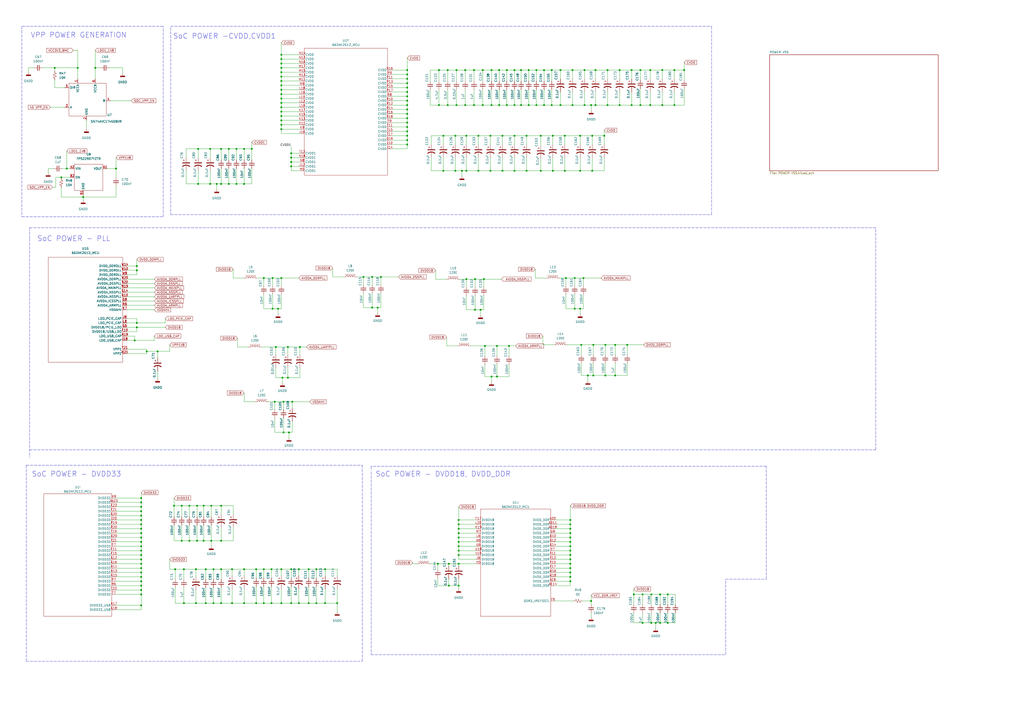
<source format=kicad_sch>
(kicad_sch (version 20211123) (generator eeschema)
  (paper "A2")
  (junction (at 215.9 178.435))
  (junction (at 298.45 99.06))
  (junction (at 266.065 301.625))
  (junction (at 313.69 78.74))
  (junction (at 236.22 53.34))
  (junction (at 236.22 63.5))
  (junction (at 163.195 330.2))
  (junction (at 105.41 313.69))
  (junction (at 163.195 59.69))
  (junction (at 311.15 40.64))
  (junction (at 380.365 361.315))
  (junction (at 328.295 161.29))
  (junction (at 330.835 329.565))
  (junction (at 168.91 330.2))
  (junction (at 91.44 203.835))
  (junction (at 267.97 99.06))
  (junction (at 169.545 233.045))
  (junction (at 137.16 106.68))
  (junction (at 377.825 344.805))
  (junction (at 121.92 106.68))
  (junction (at 366.395 40.64))
  (junction (at 81.915 299.085))
  (junction (at 78.105 197.485))
  (junction (at 330.835 311.785))
  (junction (at 330.835 301.625))
  (junction (at 259.715 40.64))
  (junction (at 81.915 319.405))
  (junction (at 266.065 316.865))
  (junction (at 332.105 40.64))
  (junction (at 81.915 311.785))
  (junction (at 266.065 319.405))
  (junction (at 163.195 64.77))
  (junction (at 330.835 321.945))
  (junction (at 55.245 39.37))
  (junction (at 188.595 330.2))
  (junction (at 122.555 313.69))
  (junction (at 48.26 114.3))
  (junction (at 122.555 293.37))
  (junction (at 128.27 330.2))
  (junction (at 81.915 334.645))
  (junction (at 264.16 78.74))
  (junction (at 302.26 40.64))
  (junction (at 377.19 40.64))
  (junction (at 106.68 349.885))
  (junction (at 179.07 330.2))
  (junction (at 371.475 60.96))
  (junction (at 195.58 349.885))
  (junction (at 137.16 86.36))
  (junction (at 285.115 218.44))
  (junction (at 336.55 99.06))
  (junction (at 330.835 337.185))
  (junction (at 236.22 43.18))
  (junction (at 81.915 288.925))
  (junction (at 236.22 73.66))
  (junction (at 173.355 330.2))
  (junction (at 285.115 60.96))
  (junction (at 266.065 306.705))
  (junction (at 330.835 306.705))
  (junction (at 264.795 40.64))
  (junction (at 31.75 39.37))
  (junction (at 367.665 344.805))
  (junction (at 79.375 189.865))
  (junction (at 210.82 160.655))
  (junction (at 163.195 41.91))
  (junction (at 163.195 161.29))
  (junction (at 153.035 349.885))
  (junction (at 284.48 78.74))
  (junction (at 164.465 250.825))
  (junction (at 266.065 314.325))
  (junction (at 269.875 40.64))
  (junction (at 128.27 86.36))
  (junction (at 384.175 60.96))
  (junction (at 327.66 99.06))
  (junction (at 35.56 102.87))
  (junction (at 372.745 344.805))
  (junction (at 220.98 160.655))
  (junction (at 352.425 40.64))
  (junction (at 163.195 52.07))
  (junction (at 305.435 99.06))
  (junction (at 123.825 330.2))
  (junction (at 330.835 309.245))
  (junction (at 275.59 161.925))
  (junction (at 153.035 330.2))
  (junction (at 67.31 97.79))
  (junction (at 288.29 218.44))
  (junction (at 164.465 233.045))
  (junction (at 260.35 327.025))
  (junction (at 306.705 40.64))
  (junction (at 81.915 351.155))
  (junction (at 81.915 321.945))
  (junction (at 257.175 99.06))
  (junction (at 85.09 203.835))
  (junction (at 274.955 60.96))
  (junction (at 125.73 106.68))
  (junction (at 315.595 60.96))
  (junction (at 114.935 86.36))
  (junction (at 134.62 330.2))
  (junction (at 327.66 78.74))
  (junction (at 387.35 361.315))
  (junction (at 81.915 309.245))
  (junction (at 163.195 39.37))
  (junction (at 79.375 187.325))
  (junction (at 345.44 40.64))
  (junction (at 81.915 332.105))
  (junction (at 163.83 219.075))
  (junction (at 275.59 179.705))
  (junction (at 236.22 58.42))
  (junction (at 315.595 40.64))
  (junction (at 330.835 332.105))
  (junction (at 270.51 161.925))
  (junction (at 236.22 66.04))
  (junction (at 266.065 304.165))
  (junction (at 391.16 40.64))
  (junction (at 320.04 60.96))
  (junction (at 382.905 361.315))
  (junction (at 236.22 71.12))
  (junction (at 377.19 60.96))
  (junction (at 236.22 40.64))
  (junction (at 81.915 342.265))
  (junction (at 264.16 99.06))
  (junction (at 356.87 200.025))
  (junction (at 333.375 161.29))
  (junction (at 391.16 60.96))
  (junction (at 266.065 339.725))
  (junction (at 325.12 60.96))
  (junction (at 371.475 40.64))
  (junction (at 81.915 329.565))
  (junction (at 359.41 40.64))
  (junction (at 153.035 161.29))
  (junction (at 161.29 179.07))
  (junction (at 167.005 219.075))
  (junction (at 289.56 40.64))
  (junction (at 113.665 330.2))
  (junction (at 266.065 327.025))
  (junction (at 320.675 99.06))
  (junction (at 274.955 40.64))
  (junction (at 330.835 314.325))
  (junction (at 81.915 301.625))
  (junction (at 163.195 31.75))
  (junction (at 157.48 330.2))
  (junction (at 141.605 349.885))
  (junction (at 167.64 250.825))
  (junction (at 269.875 60.96))
  (junction (at 163.195 74.93))
  (junction (at 121.92 86.36))
  (junction (at 81.915 296.545))
  (junction (at 333.375 179.07))
  (junction (at 128.27 313.69))
  (junction (at 264.795 60.96))
  (junction (at 356.87 217.805))
  (junction (at 266.065 321.945))
  (junction (at 183.515 330.2))
  (junction (at 38.735 97.79))
  (junction (at 141.605 330.2))
  (junction (at 158.115 179.07))
  (junction (at 330.835 319.405))
  (junction (at 236.22 48.26))
  (junction (at 359.41 60.96))
  (junction (at 81.915 324.485))
  (junction (at 352.425 60.96))
  (junction (at 134.62 349.885))
  (junction (at 363.855 200.025))
  (junction (at 163.195 67.31))
  (junction (at 345.44 60.96))
  (junction (at 311.15 60.96))
  (junction (at 340.995 217.805))
  (junction (at 81.915 314.325))
  (junction (at 109.855 313.69))
  (junction (at 259.715 60.96))
  (junction (at 254.635 40.64))
  (junction (at 160.02 201.295))
  (junction (at 350.52 78.74))
  (junction (at 163.195 36.83))
  (junction (at 163.195 69.85))
  (junction (at 306.705 60.96))
  (junction (at 332.105 60.96))
  (junction (at 330.835 316.865))
  (junction (at 148.59 349.885))
  (junction (at 173.355 349.885))
  (junction (at 351.155 217.805))
  (junction (at 128.27 349.885))
  (junction (at 236.22 76.2))
  (junction (at 270.51 99.06))
  (junction (at 157.48 349.885))
  (junction (at 288.29 200.66))
  (junction (at 141.605 86.36))
  (junction (at 260.35 339.725))
  (junction (at 101.6 330.2))
  (junction (at 119.38 330.2))
  (junction (at 351.155 200.025))
  (junction (at 339.09 40.64))
  (junction (at 298.45 78.74))
  (junction (at 183.515 349.885))
  (junction (at 100.965 293.37))
  (junction (at 81.915 337.185))
  (junction (at 159.385 233.045))
  (junction (at 396.875 40.64))
  (junction (at 179.07 349.885))
  (junction (at 344.17 200.025))
  (junction (at 119.38 349.885))
  (junction (at 298.45 60.96))
  (junction (at 382.905 344.805))
  (junction (at 366.395 60.96))
  (junction (at 114.3 313.69))
  (junction (at 254 327.025))
  (junction (at 291.465 99.06))
  (junction (at 277.495 99.06))
  (junction (at 123.825 349.885))
  (junction (at 128.27 106.68))
  (junction (at 330.835 304.165))
  (junction (at 79.375 156.845))
  (junction (at 236.22 50.8))
  (junction (at 163.195 49.53))
  (junction (at 280.67 161.925))
  (junction (at 336.55 78.74))
  (junction (at 163.195 72.39))
  (junction (at 270.51 78.74))
  (junction (at 372.745 361.315))
  (junction (at 132.715 86.36))
  (junction (at 320.675 78.74))
  (junction (at 148.59 330.2))
  (junction (at 163.195 44.45))
  (junction (at 168.91 349.885))
  (junction (at 280.035 40.64))
  (junction (at 336.55 179.07))
  (junction (at 236.22 45.72))
  (junction (at 215.9 160.655))
  (junction (at 81.915 291.465))
  (junction (at 377.825 361.315))
  (junction (at 384.175 40.64))
  (junction (at 163.195 54.61))
  (junction (at 132.715 106.68))
  (junction (at 163.195 57.15))
  (junction (at 266.065 311.785))
  (junction (at 342.9 60.96))
  (junction (at 45.085 39.37))
  (junction (at 298.45 40.64))
  (junction (at 168.91 96.52))
  (junction (at 173.99 201.295))
  (junction (at 79.375 154.305))
  (junction (at 305.435 78.74))
  (junction (at 342.9 348.615))
  (junction (at 219.075 178.435))
  (junction (at 81.915 339.725))
  (junction (at 81.915 327.025))
  (junction (at 281.305 200.66))
  (junction (at 163.195 34.29))
  (junction (at 118.11 313.69))
  (junction (at 158.115 161.29))
  (junction (at 81.915 304.165))
  (junction (at 163.195 62.23))
  (junction (at 284.48 99.06))
  (junction (at 302.26 60.96))
  (junction (at 236.22 83.82))
  (junction (at 168.91 88.9))
  (junction (at 236.22 55.88))
  (junction (at 188.595 349.885))
  (junction (at 280.035 60.96))
  (junction (at 105.41 293.37))
  (junction (at 337.185 200.025))
  (junction (at 277.495 78.74))
  (junction (at 236.22 78.74))
  (junction (at 313.69 99.06))
  (junction (at 320.04 40.64))
  (junction (at 257.175 78.74))
  (junction (at 167.005 201.295))
  (junction (at 141.605 106.68))
  (junction (at 236.22 81.28))
  (junction (at 295.275 200.66))
  (junction (at 289.56 60.96))
  (junction (at 325.12 40.64))
  (junction (at 338.455 161.29))
  (junction (at 236.22 60.96))
  (junction (at 81.915 294.005))
  (junction (at 236.22 68.58))
  (junction (at 294.005 40.64))
  (junction (at 278.765 179.705))
  (junction (at 285.115 40.64))
  (junction (at 81.915 316.865))
  (junction (at 106.68 330.2))
  (junction (at 343.535 78.74))
  (junction (at 339.09 60.96))
  (junction (at 109.855 293.37))
  (junction (at 163.195 349.885))
  (junction (at 387.35 344.805))
  (junction (at 163.195 46.99))
  (junction (at 343.535 99.06))
  (junction (at 330.835 334.645))
  (junction (at 114.935 106.68))
  (junction (at 146.05 86.36))
  (junction (at 294.005 60.96))
  (junction (at 254.635 60.96))
  (junction (at 168.91 93.98))
  (junction (at 266.065 309.245))
  (junction (at 114.3 293.37))
  (junction (at 344.17 217.805))
  (junction (at 291.465 78.74))
  (junction (at 113.665 349.885))
  (junction (at 330.835 327.025))
  (junction (at 168.91 91.44))
  (junction (at 81.915 344.805))
  (junction (at 330.835 324.485))
  (junction (at 118.11 293.37))
  (junction (at 128.27 293.37))
  (junction (at 81.915 306.705))
  (wire (pts (xy 330.835 319.405) (xy 330.835 321.945)))
  (wire (pts (xy 298.45 40.64) (xy 302.26 40.64)))
  (wire (pts (xy 269.875 52.07) (xy 269.875 60.96)))
  (wire (pts (xy 321.945 314.325) (xy 330.835 314.325)))
  (wire (pts (xy 276.225 324.485) (xy 266.065 324.485)))
  (wire (pts (xy 159.385 233.045) (xy 164.465 233.045)))
  (wire (pts (xy 339.09 40.64) (xy 345.44 40.64)))
  (wire (pts (xy 391.16 45.72) (xy 391.16 40.64)))
  (wire (pts (xy 254.635 52.07) (xy 254.635 60.96)))
  (wire (pts (xy 377.825 361.315) (xy 380.365 361.315)))
  (polyline (pts (xy 99.06 124.46) (xy 412.75 124.46)))
  (wire (pts (xy 163.195 67.31) (xy 163.195 69.85)))
  (wire (pts (xy 350.52 75.565) (xy 350.52 78.74)))
  (wire (pts (xy 332.105 40.64) (xy 332.105 45.72)))
  (polyline (pts (xy 12.7 15.24) (xy 12.7 17.78)))
  (wire (pts (xy 277.495 78.74) (xy 284.48 78.74)))
  (wire (pts (xy 81.915 288.925) (xy 81.915 291.465)))
  (wire (pts (xy 252.73 156.845) (xy 252.73 161.925)))
  (wire (pts (xy 339.09 60.96) (xy 342.9 60.96)))
  (polyline (pts (xy 210.185 383.54) (xy 210.185 269.875)))
  (wire (pts (xy 254.635 40.64) (xy 249.555 40.64)))
  (wire (pts (xy 73.66 192.405) (xy 79.375 192.405)))
  (wire (pts (xy 311.15 40.64) (xy 315.595 40.64)))
  (wire (pts (xy 38.735 97.79) (xy 40.64 97.79)))
  (wire (pts (xy 321.945 321.945) (xy 330.835 321.945)))
  (wire (pts (xy 114.3 313.69) (xy 118.11 313.69)))
  (wire (pts (xy 105.41 304.8) (xy 105.41 313.69)))
  (wire (pts (xy 276.225 319.405) (xy 266.065 319.405)))
  (wire (pts (xy 314.96 194.945) (xy 314.96 200.025)))
  (wire (pts (xy 24.765 39.37) (xy 31.75 39.37)))
  (wire (pts (xy 135.255 293.37) (xy 135.255 298.45)))
  (wire (pts (xy 320.675 78.74) (xy 320.675 83.82)))
  (wire (pts (xy 330.835 293.37) (xy 330.835 301.625)))
  (wire (pts (xy 173.99 64.77) (xy 163.195 64.77)))
  (wire (pts (xy 163.195 74.93) (xy 163.195 77.47)))
  (wire (pts (xy 270.51 83.82) (xy 270.51 78.74)))
  (wire (pts (xy 48.26 114.3) (xy 48.26 113.03)))
  (wire (pts (xy 100.965 299.72) (xy 100.965 293.37)))
  (wire (pts (xy 320.04 40.64) (xy 325.12 40.64)))
  (wire (pts (xy 113.665 330.2) (xy 119.38 330.2)))
  (wire (pts (xy 114.3 293.37) (xy 118.11 293.37)))
  (wire (pts (xy 141.605 106.68) (xy 146.05 106.68)))
  (wire (pts (xy 134.62 341.63) (xy 134.62 349.885)))
  (wire (pts (xy 236.22 83.82) (xy 236.22 86.36)))
  (wire (pts (xy 277.495 78.74) (xy 277.495 83.82)))
  (wire (pts (xy 330.835 332.105) (xy 330.835 334.645)))
  (wire (pts (xy 163.195 161.29) (xy 173.355 161.29)))
  (wire (pts (xy 179.07 330.2) (xy 183.515 330.2)))
  (wire (pts (xy 81.915 304.165) (xy 81.915 306.705)))
  (wire (pts (xy 109.855 313.69) (xy 114.3 313.69)))
  (wire (pts (xy 325.12 40.64) (xy 332.105 40.64)))
  (wire (pts (xy 210.82 160.655) (xy 210.82 165.1)))
  (wire (pts (xy 288.29 200.66) (xy 295.275 200.66)))
  (wire (pts (xy 321.945 311.785) (xy 330.835 311.785)))
  (wire (pts (xy 294.005 40.64) (xy 294.005 46.99)))
  (wire (pts (xy 352.425 60.96) (xy 359.41 60.96)))
  (wire (pts (xy 195.58 330.2) (xy 195.58 334.01)))
  (wire (pts (xy 67.31 339.725) (xy 81.915 339.725)))
  (wire (pts (xy 236.22 78.74) (xy 236.22 81.28)))
  (wire (pts (xy 310.515 156.21) (xy 310.515 161.29)))
  (wire (pts (xy 183.515 340.36) (xy 183.515 349.885)))
  (wire (pts (xy 173.99 41.91) (xy 163.195 41.91)))
  (wire (pts (xy 387.35 355.6) (xy 387.35 361.315)))
  (wire (pts (xy 285.115 40.64) (xy 289.56 40.64)))
  (wire (pts (xy 327.66 83.82) (xy 327.66 78.74)))
  (wire (pts (xy 118.11 313.69) (xy 122.555 313.69)))
  (wire (pts (xy 391.16 40.64) (xy 396.875 40.64)))
  (wire (pts (xy 227.33 73.66) (xy 236.22 73.66)))
  (wire (pts (xy 344.17 217.805) (xy 351.155 217.805)))
  (wire (pts (xy 163.195 36.83) (xy 163.195 39.37)))
  (wire (pts (xy 121.92 86.36) (xy 128.27 86.36)))
  (wire (pts (xy 345.44 60.96) (xy 345.44 53.34)))
  (wire (pts (xy 342.9 60.96) (xy 345.44 60.96)))
  (wire (pts (xy 276.225 316.865) (xy 266.065 316.865)))
  (wire (pts (xy 285.115 40.64) (xy 280.035 40.64)))
  (wire (pts (xy 371.475 40.64) (xy 371.475 46.355)))
  (wire (pts (xy 81.915 337.185) (xy 81.915 339.725)))
  (wire (pts (xy 352.425 40.64) (xy 352.425 45.72)))
  (wire (pts (xy 73.66 177.165) (xy 89.535 177.165)))
  (wire (pts (xy 135.255 156.21) (xy 135.255 161.29)))
  (wire (pts (xy 67.31 327.025) (xy 81.915 327.025)))
  (wire (pts (xy 260.35 335.915) (xy 260.35 339.725)))
  (wire (pts (xy 267.97 99.06) (xy 270.51 99.06)))
  (polyline (pts (xy 94.615 125.73) (xy 94.615 15.24)))
  (wire (pts (xy 128.27 313.69) (xy 122.555 313.69)))
  (wire (pts (xy 220.98 160.655) (xy 231.14 160.655)))
  (wire (pts (xy 306.705 40.64) (xy 306.705 46.99)))
  (wire (pts (xy 367.665 361.315) (xy 367.665 355.6)))
  (wire (pts (xy 330.835 316.865) (xy 330.835 319.405)))
  (wire (pts (xy 50.165 69.85) (xy 50.165 74.93)))
  (polyline (pts (xy 17.145 132.08) (xy 17.145 138.43)))
  (wire (pts (xy 67.31 301.625) (xy 81.915 301.625)))
  (wire (pts (xy 199.39 160.655) (xy 193.04 160.655)))
  (wire (pts (xy 164.465 233.045) (xy 164.465 237.49)))
  (wire (pts (xy 371.475 40.64) (xy 366.395 40.64)))
  (wire (pts (xy 144.145 201.295) (xy 137.795 201.295)))
  (wire (pts (xy 109.855 293.37) (xy 109.855 299.72)))
  (wire (pts (xy 227.33 81.28) (xy 236.22 81.28)))
  (wire (pts (xy 151.765 201.295) (xy 160.02 201.295)))
  (wire (pts (xy 344.17 200.025) (xy 351.155 200.025)))
  (wire (pts (xy 330.835 327.025) (xy 330.835 329.565)))
  (wire (pts (xy 270.51 161.925) (xy 270.51 166.37)))
  (wire (pts (xy 356.87 210.82) (xy 356.87 217.805)))
  (wire (pts (xy 302.26 40.64) (xy 306.705 40.64)))
  (wire (pts (xy 78.105 197.485) (xy 73.66 197.485)))
  (polyline (pts (xy 17.145 138.43) (xy 17.145 226.06)))
  (wire (pts (xy 382.905 355.6) (xy 382.905 361.315)))
  (wire (pts (xy 295.275 200.66) (xy 299.085 200.66)))
  (wire (pts (xy 236.22 58.42) (xy 236.22 60.96)))
  (wire (pts (xy 315.595 52.07) (xy 315.595 60.96)))
  (wire (pts (xy 148.59 330.2) (xy 153.035 330.2)))
  (wire (pts (xy 254 339.725) (xy 260.35 339.725)))
  (wire (pts (xy 163.195 31.75) (xy 173.99 31.75)))
  (wire (pts (xy 118.11 293.37) (xy 122.555 293.37)))
  (wire (pts (xy 122.555 304.8) (xy 122.555 313.69)))
  (wire (pts (xy 67.31 114.3) (xy 48.26 114.3)))
  (wire (pts (xy 249.555 40.64) (xy 249.555 46.99)))
  (wire (pts (xy 291.465 99.06) (xy 298.45 99.06)))
  (wire (pts (xy 114.935 106.68) (xy 121.92 106.68)))
  (wire (pts (xy 236.22 48.26) (xy 236.22 50.8)))
  (wire (pts (xy 250.19 78.74) (xy 257.175 78.74)))
  (wire (pts (xy 236.22 40.64) (xy 236.22 43.18)))
  (wire (pts (xy 249.555 327.025) (xy 254 327.025)))
  (wire (pts (xy 340.995 220.98) (xy 340.995 217.805)))
  (wire (pts (xy 37.465 50.8) (xy 31.75 50.8)))
  (wire (pts (xy 147.955 233.045) (xy 141.605 233.045)))
  (wire (pts (xy 146.05 97.79) (xy 146.05 106.68)))
  (wire (pts (xy 67.31 296.545) (xy 81.915 296.545)))
  (wire (pts (xy 38.735 87.63) (xy 38.735 97.79)))
  (wire (pts (xy 32.385 102.87) (xy 35.56 102.87)))
  (wire (pts (xy 315.595 46.99) (xy 315.595 40.64)))
  (wire (pts (xy 338.455 161.29) (xy 348.615 161.29)))
  (polyline (pts (xy 412.75 124.46) (xy 412.75 15.24)))
  (wire (pts (xy 377.19 60.96) (xy 384.175 60.96)))
  (wire (pts (xy 325.12 60.96) (xy 332.105 60.96)))
  (wire (pts (xy 333.375 170.815) (xy 333.375 179.07)))
  (wire (pts (xy 264.795 52.07) (xy 264.795 60.96)))
  (wire (pts (xy 291.465 83.82) (xy 291.465 78.74)))
  (wire (pts (xy 85.09 202.565) (xy 85.09 203.835)))
  (wire (pts (xy 163.195 54.61) (xy 163.195 57.15)))
  (wire (pts (xy 114.935 99.06) (xy 114.935 106.68)))
  (wire (pts (xy 337.185 217.805) (xy 340.995 217.805)))
  (wire (pts (xy 125.73 106.68) (xy 128.27 106.68)))
  (wire (pts (xy 266.065 321.945) (xy 266.065 324.485)))
  (wire (pts (xy 377.825 344.805) (xy 382.905 344.805)))
  (wire (pts (xy 188.595 334.01) (xy 188.595 330.2)))
  (wire (pts (xy 281.305 211.455) (xy 281.305 218.44)))
  (wire (pts (xy 155.575 233.045) (xy 159.385 233.045)))
  (wire (pts (xy 163.195 67.31) (xy 173.99 67.31)))
  (wire (pts (xy 32.385 108.585) (xy 30.48 108.585)))
  (wire (pts (xy 168.91 85.09) (xy 168.91 88.9)))
  (wire (pts (xy 163.195 39.37) (xy 163.195 41.91)))
  (wire (pts (xy 89.535 194.945) (xy 89.535 197.485)))
  (wire (pts (xy 266.7 161.925) (xy 270.51 161.925)))
  (wire (pts (xy 163.195 52.07) (xy 163.195 54.61)))
  (wire (pts (xy 359.41 53.34) (xy 359.41 60.96)))
  (wire (pts (xy 81.915 351.155) (xy 81.915 353.695)))
  (wire (pts (xy 284.48 99.06) (xy 291.465 99.06)))
  (wire (pts (xy 352.425 53.34) (xy 352.425 60.96)))
  (wire (pts (xy 215.9 160.655) (xy 215.9 165.1)))
  (wire (pts (xy 67.31 321.945) (xy 81.915 321.945)))
  (wire (pts (xy 132.715 86.36) (xy 137.16 86.36)))
  (wire (pts (xy 295.275 211.455) (xy 295.275 218.44)))
  (wire (pts (xy 321.945 306.705) (xy 330.835 306.705)))
  (wire (pts (xy 67.31 337.185) (xy 81.915 337.185)))
  (wire (pts (xy 344.17 200.025) (xy 344.17 205.74)))
  (wire (pts (xy 264.16 99.06) (xy 267.97 99.06)))
  (wire (pts (xy 141.605 92.71) (xy 141.605 86.36)))
  (wire (pts (xy 163.195 341.63) (xy 163.195 349.885)))
  (wire (pts (xy 236.22 50.8) (xy 236.22 53.34)))
  (wire (pts (xy 98.425 324.485) (xy 98.425 330.2)))
  (wire (pts (xy 384.175 40.64) (xy 384.175 45.72)))
  (wire (pts (xy 207.01 160.655) (xy 210.82 160.655)))
  (wire (pts (xy 128.27 92.71) (xy 128.27 86.36)))
  (wire (pts (xy 168.91 88.9) (xy 168.91 91.44)))
  (wire (pts (xy 173.99 88.9) (xy 168.91 88.9)))
  (wire (pts (xy 73.66 179.705) (xy 89.535 179.705)))
  (wire (pts (xy 137.16 97.79) (xy 137.16 106.68)))
  (wire (pts (xy 128.27 335.915) (xy 128.27 330.2)))
  (wire (pts (xy 79.375 184.785) (xy 79.375 187.325)))
  (wire (pts (xy 67.31 299.085) (xy 81.915 299.085)))
  (wire (pts (xy 294.005 40.64) (xy 298.45 40.64)))
  (wire (pts (xy 227.33 71.12) (xy 236.22 71.12)))
  (wire (pts (xy 236.22 63.5) (xy 236.22 66.04)))
  (wire (pts (xy 359.41 40.64) (xy 366.395 40.64)))
  (wire (pts (xy 91.44 203.835) (xy 91.44 207.645)))
  (wire (pts (xy 227.33 48.26) (xy 236.22 48.26)))
  (wire (pts (xy 153.035 330.2) (xy 157.48 330.2)))
  (wire (pts (xy 106.68 340.995) (xy 106.68 349.885)))
  (wire (pts (xy 81.915 299.085) (xy 81.915 301.625)))
  (wire (pts (xy 266.065 339.725) (xy 266.065 341.63)))
  (wire (pts (xy 330.835 314.325) (xy 330.835 316.865)))
  (wire (pts (xy 219.075 181.61) (xy 219.075 178.435)))
  (wire (pts (xy 391.795 355.6) (xy 391.795 361.315)))
  (polyline (pts (xy 17.145 260.985) (xy 508 260.985)))
  (wire (pts (xy 325.12 60.96) (xy 320.04 60.96)))
  (wire (pts (xy 128.27 330.2) (xy 134.62 330.2)))
  (wire (pts (xy 73.66 172.085) (xy 89.535 172.085)))
  (polyline (pts (xy 508 226.06) (xy 508 132.08)))
  (wire (pts (xy 264.795 40.64) (xy 259.715 40.64)))
  (wire (pts (xy 302.26 52.07) (xy 302.26 60.96)))
  (wire (pts (xy 193.04 155.575) (xy 193.04 160.655)))
  (wire (pts (xy 377.19 45.72) (xy 377.19 40.64)))
  (wire (pts (xy 264.795 40.64) (xy 264.795 46.99)))
  (wire (pts (xy 321.945 327.025) (xy 330.835 327.025)))
  (wire (pts (xy 163.195 330.2) (xy 168.91 330.2)))
  (wire (pts (xy 288.29 200.66) (xy 288.29 206.375)))
  (wire (pts (xy 167.64 254) (xy 167.64 250.825)))
  (wire (pts (xy 63.5 39.37) (xy 71.12 39.37)))
  (wire (pts (xy 371.475 51.435) (xy 371.475 60.96)))
  (wire (pts (xy 179.07 340.36) (xy 179.07 349.885)))
  (wire (pts (xy 264.795 60.96) (xy 269.875 60.96)))
  (wire (pts (xy 291.465 99.06) (xy 291.465 91.44)))
  (wire (pts (xy 270.51 99.06) (xy 270.51 91.44)))
  (wire (pts (xy 141.605 161.29) (xy 135.255 161.29)))
  (wire (pts (xy 81.915 332.105) (xy 81.915 334.645)))
  (wire (pts (xy 31.75 39.37) (xy 45.085 39.37)))
  (wire (pts (xy 330.835 301.625) (xy 330.835 304.165)))
  (wire (pts (xy 153.035 179.07) (xy 153.035 170.815)))
  (wire (pts (xy 298.45 46.99) (xy 298.45 40.64)))
  (wire (pts (xy 339.09 53.34) (xy 339.09 60.96)))
  (polyline (pts (xy 444.5 335.915) (xy 444.5 270.51)))
  (wire (pts (xy 328.93 200.025) (xy 337.185 200.025)))
  (wire (pts (xy 259.08 195.58) (xy 259.08 200.66)))
  (wire (pts (xy 173.99 69.85) (xy 163.195 69.85)))
  (polyline (pts (xy 215.265 270.51) (xy 215.265 273.05)))
  (wire (pts (xy 137.16 106.68) (xy 141.605 106.68)))
  (wire (pts (xy 161.29 182.245) (xy 161.29 179.07)))
  (wire (pts (xy 267.97 99.06) (xy 267.97 102.235)))
  (wire (pts (xy 337.82 348.615) (xy 342.9 348.615)))
  (wire (pts (xy 32.385 102.87) (xy 32.385 108.585)))
  (wire (pts (xy 280.67 161.925) (xy 280.67 166.37)))
  (wire (pts (xy 336.55 99.06) (xy 336.55 91.44)))
  (wire (pts (xy 259.715 52.07) (xy 259.715 60.96)))
  (wire (pts (xy 387.35 350.52) (xy 387.35 344.805)))
  (wire (pts (xy 141.605 330.2) (xy 148.59 330.2)))
  (wire (pts (xy 159.385 250.825) (xy 159.385 242.57)))
  (wire (pts (xy 153.035 335.28) (xy 153.035 330.2)))
  (wire (pts (xy 105.41 293.37) (xy 109.855 293.37)))
  (wire (pts (xy 298.45 78.74) (xy 298.45 83.82)))
  (wire (pts (xy 278.765 182.88) (xy 278.765 179.705)))
  (wire (pts (xy 330.835 306.705) (xy 330.835 309.245)))
  (wire (pts (xy 153.035 349.885) (xy 157.48 349.885)))
  (wire (pts (xy 275.59 171.45) (xy 275.59 179.705)))
  (wire (pts (xy 183.515 335.28) (xy 183.515 330.2)))
  (wire (pts (xy 168.91 330.2) (xy 173.355 330.2)))
  (wire (pts (xy 266.065 335.915) (xy 266.065 339.725)))
  (wire (pts (xy 81.915 309.245) (xy 81.915 311.785)))
  (wire (pts (xy 260.35 339.725) (xy 266.065 339.725)))
  (polyline (pts (xy 508 132.08) (xy 17.145 132.08)))
  (wire (pts (xy 113.665 349.885) (xy 119.38 349.885)))
  (wire (pts (xy 275.59 161.925) (xy 275.59 166.37)))
  (wire (pts (xy 249.555 52.07) (xy 249.555 60.96)))
  (wire (pts (xy 305.435 91.44) (xy 305.435 99.06)))
  (wire (pts (xy 167.005 201.295) (xy 173.99 201.295)))
  (wire (pts (xy 321.31 200.025) (xy 314.96 200.025)))
  (wire (pts (xy 275.59 161.925) (xy 280.67 161.925)))
  (wire (pts (xy 367.665 350.52) (xy 367.665 344.805)))
  (polyline (pts (xy 99.06 15.875) (xy 99.06 124.46)))
  (wire (pts (xy 163.195 330.2) (xy 163.195 334.01)))
  (wire (pts (xy 163.195 49.53) (xy 163.195 52.07)))
  (wire (pts (xy 183.515 330.2) (xy 188.595 330.2)))
  (wire (pts (xy 254 335.28) (xy 254 339.725)))
  (wire (pts (xy 132.715 106.68) (xy 137.16 106.68)))
  (wire (pts (xy 62.23 97.79) (xy 67.31 97.79)))
  (wire (pts (xy 391.795 344.805) (xy 391.795 350.52)))
  (wire (pts (xy 350.52 91.44) (xy 350.52 99.06)))
  (wire (pts (xy 163.83 219.075) (xy 167.005 219.075)))
  (wire (pts (xy 128.27 306.07) (xy 128.27 313.69)))
  (wire (pts (xy 382.905 361.315) (xy 387.35 361.315)))
  (wire (pts (xy 123.825 330.2) (xy 128.27 330.2)))
  (wire (pts (xy 372.745 355.6) (xy 372.745 361.315)))
  (wire (pts (xy 277.495 99.06) (xy 284.48 99.06)))
  (wire (pts (xy 280.035 60.96) (xy 280.035 52.07)))
  (wire (pts (xy 81.915 294.005) (xy 81.915 296.545)))
  (wire (pts (xy 345.44 60.96) (xy 352.425 60.96)))
  (wire (pts (xy 81.915 324.485) (xy 81.915 327.025)))
  (wire (pts (xy 67.31 316.865) (xy 81.915 316.865)))
  (wire (pts (xy 128.27 106.68) (xy 132.715 106.68)))
  (wire (pts (xy 302.26 46.99) (xy 302.26 40.64)))
  (wire (pts (xy 264.16 83.82) (xy 264.16 78.74)))
  (wire (pts (xy 236.22 53.34) (xy 236.22 55.88)))
  (wire (pts (xy 321.945 337.185) (xy 330.835 337.185)))
  (wire (pts (xy 159.385 250.825) (xy 164.465 250.825)))
  (wire (pts (xy 163.195 62.23) (xy 163.195 64.77)))
  (wire (pts (xy 141.605 97.79) (xy 141.605 106.68)))
  (wire (pts (xy 269.875 40.64) (xy 264.795 40.64)))
  (wire (pts (xy 236.22 76.2) (xy 236.22 78.74)))
  (polyline (pts (xy 444.5 270.51) (xy 215.265 270.51)))
  (wire (pts (xy 270.51 99.06) (xy 277.495 99.06)))
  (wire (pts (xy 327.66 91.44) (xy 327.66 99.06)))
  (wire (pts (xy 311.15 60.96) (xy 315.595 60.96)))
  (polyline (pts (xy 12.7 125.73) (xy 94.615 125.73)))
  (wire (pts (xy 67.31 294.005) (xy 81.915 294.005)))
  (wire (pts (xy 278.765 179.705) (xy 280.67 179.705)))
  (wire (pts (xy 274.955 40.64) (xy 274.955 46.99)))
  (wire (pts (xy 306.705 40.64) (xy 311.15 40.64)))
  (wire (pts (xy 163.195 170.815) (xy 163.195 179.07)))
  (wire (pts (xy 107.95 106.68) (xy 114.935 106.68)))
  (wire (pts (xy 332.105 40.64) (xy 339.09 40.64)))
  (wire (pts (xy 179.07 349.885) (xy 183.515 349.885)))
  (wire (pts (xy 134.62 334.01) (xy 134.62 330.2)))
  (wire (pts (xy 109.855 304.8) (xy 109.855 313.69)))
  (wire (pts (xy 343.535 78.74) (xy 350.52 78.74)))
  (wire (pts (xy 377.825 355.6) (xy 377.825 361.315)))
  (wire (pts (xy 188.595 349.885) (xy 195.58 349.885)))
  (wire (pts (xy 119.38 335.915) (xy 119.38 330.2)))
  (wire (pts (xy 179.07 335.28) (xy 179.07 330.2)))
  (wire (pts (xy 336.55 78.74) (xy 343.535 78.74)))
  (wire (pts (xy 285.115 221.615) (xy 285.115 218.44)))
  (wire (pts (xy 298.45 91.44) (xy 298.45 99.06)))
  (wire (pts (xy 321.945 348.615) (xy 332.74 348.615)))
  (wire (pts (xy 141.605 330.2) (xy 141.605 334.01)))
  (wire (pts (xy 128.27 86.36) (xy 132.715 86.36)))
  (wire (pts (xy 100.965 288.925) (xy 100.965 293.37)))
  (wire (pts (xy 168.91 91.44) (xy 168.91 93.98)))
  (wire (pts (xy 343.535 91.44) (xy 343.535 99.06)))
  (wire (pts (xy 316.865 161.29) (xy 310.515 161.29)))
  (wire (pts (xy 352.425 40.64) (xy 359.41 40.64)))
  (wire (pts (xy 163.195 62.23) (xy 173.99 62.23)))
  (wire (pts (xy 79.375 150.495) (xy 79.375 154.305)))
  (wire (pts (xy 164.465 242.57) (xy 164.465 250.825)))
  (wire (pts (xy 153.035 179.07) (xy 158.115 179.07)))
  (wire (pts (xy 257.175 78.74) (xy 264.16 78.74)))
  (wire (pts (xy 330.835 337.185) (xy 330.835 339.725)))
  (wire (pts (xy 79.375 192.405) (xy 79.375 189.865)))
  (wire (pts (xy 135.255 306.07) (xy 135.255 313.69)))
  (wire (pts (xy 266.065 309.245) (xy 276.225 309.245)))
  (wire (pts (xy 137.16 86.36) (xy 137.16 92.71)))
  (wire (pts (xy 163.195 72.39) (xy 163.195 74.93)))
  (wire (pts (xy 55.245 39.37) (xy 55.245 45.72)))
  (wire (pts (xy 380.365 361.315) (xy 380.365 364.49)))
  (wire (pts (xy 78.105 194.945) (xy 78.105 197.485)))
  (wire (pts (xy 132.715 97.79) (xy 132.715 106.68)))
  (wire (pts (xy 148.59 340.36) (xy 148.59 349.885)))
  (wire (pts (xy 67.31 304.165) (xy 81.915 304.165)))
  (wire (pts (xy 266.065 306.705) (xy 276.225 306.705)))
  (wire (pts (xy 45.085 45.72) (xy 45.085 39.37)))
  (wire (pts (xy 79.375 156.845) (xy 79.375 159.385)))
  (wire (pts (xy 81.915 306.705) (xy 81.915 309.245)))
  (wire (pts (xy 119.38 330.2) (xy 123.825 330.2)))
  (wire (pts (xy 276.225 321.945) (xy 266.065 321.945)))
  (polyline (pts (xy 17.145 226.06) (xy 17.145 265.43)))
  (wire (pts (xy 67.31 314.325) (xy 81.915 314.325)))
  (wire (pts (xy 167.64 250.825) (xy 169.545 250.825)))
  (wire (pts (xy 73.66 156.845) (xy 79.375 156.845)))
  (wire (pts (xy 121.92 106.68) (xy 125.73 106.68)))
  (wire (pts (xy 137.16 86.36) (xy 141.605 86.36)))
  (wire (pts (xy 338.455 161.29) (xy 338.455 165.735)))
  (wire (pts (xy 294.005 52.07) (xy 294.005 60.96)))
  (wire (pts (xy 328.295 179.07) (xy 333.375 179.07)))
  (wire (pts (xy 384.175 60.96) (xy 391.16 60.96)))
  (wire (pts (xy 163.195 349.885) (xy 168.91 349.885)))
  (wire (pts (xy 295.275 200.66) (xy 295.275 206.375)))
  (wire (pts (xy 254 327.025) (xy 260.35 327.025)))
  (wire (pts (xy 141.605 341.63) (xy 141.605 349.885)))
  (wire (pts (xy 372.745 361.315) (xy 377.825 361.315)))
  (wire (pts (xy 183.515 349.885) (xy 188.595 349.885)))
  (wire (pts (xy 167.005 213.36) (xy 167.005 219.075)))
  (wire (pts (xy 73.66 161.925) (xy 89.535 161.925)))
  (wire (pts (xy 173.99 36.83) (xy 163.195 36.83)))
  (wire (pts (xy 123.825 349.885) (xy 128.27 349.885)))
  (wire (pts (xy 289.56 60.96) (xy 294.005 60.96)))
  (wire (pts (xy 288.29 218.44) (xy 295.275 218.44)))
  (wire (pts (xy 333.375 161.29) (xy 338.455 161.29)))
  (wire (pts (xy 215.9 160.655) (xy 220.98 160.655)))
  (wire (pts (xy 42.545 29.21) (xy 45.085 29.21)))
  (wire (pts (xy 377.19 40.64) (xy 384.175 40.64)))
  (wire (pts (xy 236.22 86.36) (xy 227.33 86.36)))
  (wire (pts (xy 169.545 233.045) (xy 169.545 236.855)))
  (wire (pts (xy 123.825 330.2) (xy 123.825 335.915)))
  (wire (pts (xy 122.555 313.69) (xy 122.555 316.865)))
  (wire (pts (xy 101.6 349.885) (xy 101.6 340.995)))
  (wire (pts (xy 122.555 293.37) (xy 122.555 299.72)))
  (wire (pts (xy 16.51 39.37) (xy 16.51 41.91)))
  (wire (pts (xy 73.66 159.385) (xy 79.375 159.385)))
  (wire (pts (xy 236.22 55.88) (xy 236.22 58.42)))
  (wire (pts (xy 384.175 40.64) (xy 391.16 40.64)))
  (wire (pts (xy 328.295 179.07) (xy 328.295 170.815)))
  (wire (pts (xy 159.385 233.045) (xy 159.385 237.49)))
  (wire (pts (xy 100.965 293.37) (xy 105.41 293.37)))
  (wire (pts (xy 168.91 93.98) (xy 173.99 93.98)))
  (wire (pts (xy 160.02 213.36) (xy 160.02 219.075)))
  (wire (pts (xy 343.535 99.06) (xy 350.52 99.06)))
  (wire (pts (xy 148.59 349.885) (xy 153.035 349.885)))
  (wire (pts (xy 227.33 55.88) (xy 236.22 55.88)))
  (wire (pts (xy 367.665 344.805) (xy 372.745 344.805)))
  (wire (pts (xy 294.005 60.96) (xy 298.45 60.96)))
  (wire (pts (xy 274.955 60.96) (xy 280.035 60.96)))
  (wire (pts (xy 325.12 60.96) (xy 325.12 53.34)))
  (wire (pts (xy 153.035 161.29) (xy 153.035 165.735)))
  (wire (pts (xy 313.69 78.74) (xy 313.69 84.455)))
  (wire (pts (xy 342.9 348.615) (xy 342.9 350.52)))
  (wire (pts (xy 276.225 304.165) (xy 266.065 304.165)))
  (wire (pts (xy 168.91 340.36) (xy 168.91 349.885)))
  (wire (pts (xy 366.395 40.64) (xy 366.395 45.72)))
  (wire (pts (xy 67.31 329.565) (xy 81.915 329.565)))
  (wire (pts (xy 284.48 83.82) (xy 284.48 78.74)))
  (wire (pts (xy 284.48 78.74) (xy 291.465 78.74)))
  (wire (pts (xy 114.3 304.8) (xy 114.3 313.69)))
  (wire (pts (xy 270.51 161.925) (xy 275.59 161.925)))
  (wire (pts (xy 321.945 309.245) (xy 330.835 309.245)))
  (wire (pts (xy 114.935 86.36) (xy 121.92 86.36)))
  (wire (pts (xy 105.41 313.69) (xy 109.855 313.69)))
  (wire (pts (xy 85.09 205.105) (xy 73.66 205.105)))
  (wire (pts (xy 377.19 40.64) (xy 371.475 40.64)))
  (wire (pts (xy 125.73 106.68) (xy 125.73 109.855)))
  (wire (pts (xy 220.98 170.18) (xy 220.98 178.435)))
  (wire (pts (xy 289.56 40.64) (xy 294.005 40.64)))
  (wire (pts (xy 336.55 99.06) (xy 343.535 99.06)))
  (wire (pts (xy 236.22 81.28) (xy 236.22 83.82)))
  (wire (pts (xy 342.9 345.44) (xy 342.9 348.615)))
  (polyline (pts (xy 15.24 383.54) (xy 210.185 383.54)))
  (wire (pts (xy 260.35 327.025) (xy 260.35 328.295)))
  (wire (pts (xy 330.835 311.785) (xy 330.835 314.325)))
  (wire (pts (xy 67.31 288.925) (xy 81.915 288.925)))
  (wire (pts (xy 264.16 78.74) (xy 270.51 78.74)))
  (wire (pts (xy 173.355 330.2) (xy 179.07 330.2)))
  (wire (pts (xy 122.555 293.37) (xy 128.27 293.37)))
  (wire (pts (xy 158.115 161.29) (xy 158.115 165.735)))
  (wire (pts (xy 266.065 327.025) (xy 266.065 328.295)))
  (wire (pts (xy 377.825 344.805) (xy 372.745 344.805)))
  (wire (pts (xy 259.715 40.64) (xy 259.715 46.99)))
  (wire (pts (xy 73.66 174.625) (xy 89.535 174.625)))
  (wire (pts (xy 146.05 86.36) (xy 146.05 92.71)))
  (wire (pts (xy 79.375 187.325) (xy 73.66 187.325)))
  (wire (pts (xy 114.3 299.72) (xy 114.3 293.37)))
  (wire (pts (xy 339.09 45.72) (xy 339.09 40.64)))
  (wire (pts (xy 67.31 311.785) (xy 81.915 311.785)))
  (wire (pts (xy 320.04 52.07) (xy 320.04 60.96)))
  (wire (pts (xy 132.715 86.36) (xy 132.715 92.71)))
  (wire (pts (xy 210.82 178.435) (xy 215.9 178.435)))
  (wire (pts (xy 285.115 218.44) (xy 288.29 218.44)))
  (wire (pts (xy 113.665 334.645) (xy 113.665 330.2)))
  (wire (pts (xy 371.475 60.96) (xy 377.19 60.96)))
  (wire (pts (xy 227.33 45.72) (xy 236.22 45.72)))
  (wire (pts (xy 254.635 40.64) (xy 254.635 46.99)))
  (wire (pts (xy 336.55 83.82) (xy 336.55 78.74)))
  (wire (pts (xy 173.99 49.53) (xy 163.195 49.53)))
  (wire (pts (xy 345.44 45.72) (xy 345.44 40.64)))
  (wire (pts (xy 320.675 91.44) (xy 320.675 99.06)))
  (wire (pts (xy 134.62 349.885) (xy 141.605 349.885)))
  (wire (pts (xy 163.195 24.765) (xy 163.195 31.75)))
  (wire (pts (xy 164.465 233.045) (xy 169.545 233.045)))
  (wire (pts (xy 264.16 91.44) (xy 264.16 99.06)))
  (wire (pts (xy 173.99 201.295) (xy 177.8 201.295)))
  (wire (pts (xy 396.875 36.195) (xy 396.875 40.64)))
  (wire (pts (xy 254.635 60.96) (xy 259.715 60.96)))
  (wire (pts (xy 356.87 217.805) (xy 351.155 217.805)))
  (polyline (pts (xy 421.005 335.915) (xy 444.5 335.915)))
  (wire (pts (xy 257.175 78.74) (xy 257.175 83.82)))
  (wire (pts (xy 123.825 340.995) (xy 123.825 349.885)))
  (wire (pts (xy 315.595 40.64) (xy 320.04 40.64)))
  (wire (pts (xy 128.27 349.885) (xy 134.62 349.885)))
  (wire (pts (xy 280.67 161.925) (xy 290.83 161.925)))
  (wire (pts (xy 168.91 93.98) (xy 168.91 96.52)))
  (wire (pts (xy 81.915 314.325) (xy 81.915 316.865)))
  (wire (pts (xy 35.56 114.3) (xy 48.26 114.3)))
  (polyline (pts (xy 12.7 17.78) (xy 12.7 125.73)))
  (wire (pts (xy 215.9 170.18) (xy 215.9 178.435)))
  (wire (pts (xy 160.02 201.295) (xy 167.005 201.295)))
  (wire (pts (xy 35.56 102.87) (xy 35.56 103.505)))
  (wire (pts (xy 345.44 40.64) (xy 352.425 40.64)))
  (wire (pts (xy 266.065 306.705) (xy 266.065 309.245)))
  (wire (pts (xy 372.745 361.315) (xy 367.665 361.315)))
  (wire (pts (xy 250.19 99.06) (xy 257.175 99.06)))
  (wire (pts (xy 36.195 97.79) (xy 38.735 97.79)))
  (wire (pts (xy 95.885 184.785) (xy 95.885 187.325)))
  (wire (pts (xy 67.31 306.705) (xy 81.915 306.705)))
  (wire (pts (xy 298.45 52.07) (xy 298.45 60.96)))
  (wire (pts (xy 128.27 313.69) (xy 135.255 313.69)))
  (wire (pts (xy 363.855 210.82) (xy 363.855 217.805)))
  (wire (pts (xy 81.915 321.945) (xy 81.915 324.485)))
  (polyline (pts (xy 215.265 379.73) (xy 421.005 379.73)))
  (wire (pts (xy 330.835 304.165) (xy 330.835 306.705)))
  (wire (pts (xy 188.595 330.2) (xy 195.58 330.2)))
  (wire (pts (xy 158.115 170.815) (xy 158.115 179.07)))
  (wire (pts (xy 67.31 324.485) (xy 81.915 324.485)))
  (wire (pts (xy 332.105 60.96) (xy 339.09 60.96)))
  (wire (pts (xy 173.355 349.885) (xy 179.07 349.885)))
  (wire (pts (xy 167.005 219.075) (xy 173.99 219.075)))
  (wire (pts (xy 227.33 53.34) (xy 236.22 53.34)))
  (wire (pts (xy 336.55 179.07) (xy 338.455 179.07)))
  (wire (pts (xy 168.91 99.06) (xy 173.99 99.06)))
  (wire (pts (xy 79.375 189.865) (xy 95.885 189.865)))
  (wire (pts (xy 219.075 178.435) (xy 220.98 178.435)))
  (wire (pts (xy 227.33 78.74) (xy 236.22 78.74)))
  (wire (pts (xy 106.68 349.885) (xy 113.665 349.885)))
  (wire (pts (xy 81.915 334.645) (xy 81.915 337.185)))
  (wire (pts (xy 266.065 309.245) (xy 266.065 311.785)))
  (wire (pts (xy 337.185 200.025) (xy 337.185 205.74)))
  (wire (pts (xy 277.495 91.44) (xy 277.495 99.06)))
  (wire (pts (xy 289.56 52.07) (xy 289.56 60.96)))
  (wire (pts (xy 321.945 301.625) (xy 330.835 301.625)))
  (wire (pts (xy 254 327.025) (xy 254 330.2)))
  (wire (pts (xy 363.855 200.025) (xy 373.38 200.025)))
  (wire (pts (xy 153.035 161.29) (xy 158.115 161.29)))
  (wire (pts (xy 173.99 44.45) (xy 163.195 44.45)))
  (wire (pts (xy 260.35 327.025) (xy 266.065 327.025)))
  (wire (pts (xy 306.705 60.96) (xy 311.15 60.96)))
  (wire (pts (xy 160.02 201.295) (xy 160.02 205.74)))
  (wire (pts (xy 119.38 349.885) (xy 123.825 349.885)))
  (wire (pts (xy 328.295 161.29) (xy 328.295 165.735)))
  (wire (pts (xy 387.35 344.805) (xy 391.795 344.805)))
  (wire (pts (xy 31.75 46.355) (xy 31.75 50.8)))
  (polyline (pts (xy 508 260.985) (xy 508 226.06)))
  (wire (pts (xy 121.92 99.06) (xy 121.92 106.68)))
  (wire (pts (xy 81.915 344.805) (xy 81.915 351.155)))
  (wire (pts (xy 280.67 171.45) (xy 280.67 179.705)))
  (wire (pts (xy 173.355 341.63) (xy 173.355 349.885)))
  (wire (pts (xy 67.31 91.44) (xy 67.31 97.79)))
  (wire (pts (xy 67.31 319.405) (xy 81.915 319.405)))
  (wire (pts (xy 48.26 114.3) (xy 48.26 116.205)))
  (wire (pts (xy 227.33 50.8) (xy 236.22 50.8)))
  (wire (pts (xy 173.99 72.39) (xy 163.195 72.39)))
  (wire (pts (xy 106.68 335.915) (xy 106.68 330.2)))
  (wire (pts (xy 227.33 66.04) (xy 236.22 66.04)))
  (wire (pts (xy 236.22 66.04) (xy 236.22 68.58)))
  (wire (pts (xy 81.915 311.785) (xy 81.915 314.325)))
  (wire (pts (xy 157.48 330.2) (xy 157.48 335.28)))
  (wire (pts (xy 288.29 211.455) (xy 288.29 218.44)))
  (wire (pts (xy 67.31 107.95) (xy 67.31 114.3)))
  (wire (pts (xy 380.365 361.315) (xy 382.905 361.315)))
  (wire (pts (xy 85.09 203.835) (xy 91.44 203.835)))
  (wire (pts (xy 236.22 33.655) (xy 236.22 40.64)))
  (wire (pts (xy 257.175 91.44) (xy 257.175 99.06)))
  (wire (pts (xy 320.04 40.64) (xy 320.04 46.99)))
  (wire (pts (xy 128.27 298.45) (xy 128.27 293.37)))
  (wire (pts (xy 311.15 52.07) (xy 311.15 60.96)))
  (wire (pts (xy 265.43 200.66) (xy 259.08 200.66)))
  (wire (pts (xy 227.33 60.96) (xy 236.22 60.96)))
  (wire (pts (xy 107.95 91.44) (xy 107.95 86.36)))
  (wire (pts (xy 266.065 327.025) (xy 276.225 327.025)))
  (wire (pts (xy 227.33 68.58) (xy 236.22 68.58)))
  (wire (pts (xy 266.065 314.325) (xy 266.065 316.865)))
  (wire (pts (xy 31.115 97.79) (xy 27.94 97.79)))
  (wire (pts (xy 67.31 332.105) (xy 81.915 332.105)))
  (wire (pts (xy 173.99 54.61) (xy 163.195 54.61)))
  (wire (pts (xy 81.915 291.465) (xy 81.915 294.005)))
  (wire (pts (xy 163.195 64.77) (xy 163.195 67.31)))
  (wire (pts (xy 81.915 296.545) (xy 81.915 299.085)))
  (wire (pts (xy 384.175 53.34) (xy 384.175 60.96)))
  (wire (pts (xy 291.465 78.74) (xy 298.45 78.74)))
  (wire (pts (xy 167.005 205.74) (xy 167.005 201.295)))
  (wire (pts (xy 107.95 86.36) (xy 114.935 86.36)))
  (wire (pts (xy 250.19 83.82) (xy 250.19 78.74)))
  (wire (pts (xy 273.05 200.66) (xy 281.305 200.66)))
  (wire (pts (xy 280.035 40.64) (xy 280.035 46.99)))
  (wire (pts (xy 266.065 301.625) (xy 266.065 304.165)))
  (wire (pts (xy 236.22 60.96) (xy 236.22 63.5)))
  (wire (pts (xy 67.31 351.155) (xy 81.915 351.155)))
  (wire (pts (xy 163.195 34.29) (xy 173.99 34.29)))
  (wire (pts (xy 149.225 161.29) (xy 153.035 161.29)))
  (wire (pts (xy 320.675 78.74) (xy 327.66 78.74)))
  (wire (pts (xy 163.195 74.93) (xy 173.99 74.93)))
  (wire (pts (xy 337.185 210.82) (xy 337.185 217.805)))
  (wire (pts (xy 163.195 69.85) (xy 163.195 72.39)))
  (wire (pts (xy 168.91 349.885) (xy 173.355 349.885)))
  (wire (pts (xy 81.915 329.565) (xy 81.915 332.105)))
  (wire (pts (xy 81.915 319.405) (xy 81.915 321.945)))
  (wire (pts (xy 91.44 203.835) (xy 98.425 203.835)))
  (wire (pts (xy 141.605 349.885) (xy 148.59 349.885)))
  (wire (pts (xy 106.68 330.2) (xy 113.665 330.2)))
  (wire (pts (xy 158.115 179.07) (xy 161.29 179.07)))
  (wire (pts (xy 356.87 200.025) (xy 363.855 200.025)))
  (wire (pts (xy 350.52 83.82) (xy 350.52 78.74)))
  (wire (pts (xy 81.915 301.625) (xy 81.915 304.165)))
  (wire (pts (xy 141.605 227.965) (xy 141.605 233.045)))
  (wire (pts (xy 31.75 39.37) (xy 31.75 41.275)))
  (wire (pts (xy 330.835 309.245) (xy 330.835 311.785)))
  (wire (pts (xy 342.9 60.96) (xy 342.9 64.135)))
  (wire (pts (xy 121.92 91.44) (xy 121.92 86.36)))
  (wire (pts (xy 73.66 169.545) (xy 89.535 169.545)))
  (wire (pts (xy 128.27 97.79) (xy 128.27 106.68)))
  (wire (pts (xy 148.59 335.28) (xy 148.59 330.2)))
  (polyline (pts (xy 99.06 15.24) (xy 412.75 15.24)))
  (wire (pts (xy 266.065 294.005) (xy 266.065 301.625)))
  (wire (pts (xy 302.26 60.96) (xy 306.705 60.96)))
  (wire (pts (xy 163.195 34.29) (xy 163.195 31.75)))
  (wire (pts (xy 168.91 96.52) (xy 168.91 99.06)))
  (wire (pts (xy 315.595 60.96) (xy 320.04 60.96)))
  (wire (pts (xy 101.6 335.915) (xy 101.6 330.2)))
  (wire (pts (xy 81.915 327.025) (xy 81.915 329.565)))
  (wire (pts (xy 114.935 86.36) (xy 114.935 91.44)))
  (wire (pts (xy 321.945 319.405) (xy 330.835 319.405)))
  (wire (pts (xy 269.875 46.99) (xy 269.875 40.64)))
  (wire (pts (xy 169.545 233.045) (xy 179.705 233.045)))
  (wire (pts (xy 81.915 316.865) (xy 81.915 319.405)))
  (wire (pts (xy 137.795 196.215) (xy 137.795 201.295)))
  (wire (pts (xy 81.915 342.265) (xy 81.915 344.805)))
  (wire (pts (xy 101.6 349.885) (xy 106.68 349.885)))
  (wire (pts (xy 55.245 39.37) (xy 58.42 39.37)))
  (polyline (pts (xy 421.005 379.73) (xy 421.005 335.915)))
  (wire (pts (xy 313.69 78.74) (xy 320.675 78.74)))
  (wire (pts (xy 266.065 316.865) (xy 266.065 319.405)))
  (wire (pts (xy 81.915 339.725) (xy 81.915 342.265)))
  (wire (pts (xy 73.66 189.865) (xy 79.375 189.865)))
  (wire (pts (xy 119.38 340.995) (xy 119.38 349.885)))
  (wire (pts (xy 363.855 217.805) (xy 356.87 217.805)))
  (wire (pts (xy 266.065 319.405) (xy 266.065 321.945)))
  (wire (pts (xy 333.375 179.07) (xy 336.55 179.07)))
  (wire (pts (xy 396.875 51.435) (xy 396.875 60.96)))
  (wire (pts (xy 163.195 59.69) (xy 173.99 59.69)))
  (wire (pts (xy 19.685 39.37) (xy 16.51 39.37)))
  (wire (pts (xy 168.91 96.52) (xy 173.99 96.52)))
  (wire (pts (xy 64.135 58.42) (xy 76.2 58.42)))
  (wire (pts (xy 157.48 349.885) (xy 163.195 349.885)))
  (wire (pts (xy 210.82 178.435) (xy 210.82 170.18)))
  (wire (pts (xy 321.945 334.645) (xy 330.835 334.645)))
  (wire (pts (xy 107.95 106.68) (xy 107.95 99.06)))
  (wire (pts (xy 363.855 200.025) (xy 363.855 205.74)))
  (wire (pts (xy 270.51 179.705) (xy 275.59 179.705)))
  (wire (pts (xy 81.915 285.75) (xy 81.915 288.925)))
  (wire (pts (xy 298.45 78.74) (xy 305.435 78.74)))
  (wire (pts (xy 67.31 97.79) (xy 67.31 102.87)))
  (wire (pts (xy 275.59 179.705) (xy 278.765 179.705)))
  (wire (pts (xy 321.945 324.485) (xy 330.835 324.485)))
  (wire (pts (xy 330.835 321.945) (xy 330.835 324.485)))
  (wire (pts (xy 227.33 83.82) (xy 236.22 83.82)))
  (wire (pts (xy 351.155 210.82) (xy 351.155 217.805)))
  (wire (pts (xy 158.115 161.29) (xy 163.195 161.29)))
  (wire (pts (xy 266.065 301.625) (xy 276.225 301.625)))
  (wire (pts (xy 55.245 29.21) (xy 55.245 39.37)))
  (wire (pts (xy 91.44 215.265) (xy 91.44 219.71)))
  (wire (pts (xy 105.41 293.37) (xy 105.41 299.72)))
  (wire (pts (xy 241.935 327.025) (xy 239.395 327.025)))
  (wire (pts (xy 305.435 99.06) (xy 313.69 99.06)))
  (wire (pts (xy 236.22 73.66) (xy 236.22 76.2)))
  (wire (pts (xy 146.05 82.55) (xy 146.05 86.36)))
  (wire (pts (xy 35.56 108.585) (xy 35.56 114.3)))
  (wire (pts (xy 164.465 250.825) (xy 167.64 250.825)))
  (wire (pts (xy 366.395 60.96) (xy 371.475 60.96)))
  (wire (pts (xy 306.705 52.07) (xy 306.705 60.96)))
  (wire (pts (xy 141.605 86.36) (xy 146.05 86.36)))
  (wire (pts (xy 195.58 349.885) (xy 195.58 354.965)))
  (wire (pts (xy 285.115 60.96) (xy 289.56 60.96)))
  (wire (pts (xy 391.16 53.34) (xy 391.16 60.96)))
  (wire (pts (xy 332.105 53.34) (xy 332.105 60.96)))
  (wire (pts (xy 274.955 52.07) (xy 274.955 60.96)))
  (wire (pts (xy 173.99 219.075) (xy 173.99 213.36)))
  (wire (pts (xy 284.48 91.44) (xy 284.48 99.06)))
  (wire (pts (xy 173.355 330.2) (xy 173.355 334.01)))
  (wire (pts (xy 327.66 78.74) (xy 336.55 78.74)))
  (wire (pts (xy 73.66 154.305) (xy 79.375 154.305)))
  (wire (pts (xy 113.665 342.265) (xy 113.665 349.885)))
  (wire (pts (xy 269.875 40.64) (xy 274.955 40.64)))
  (wire (pts (xy 340.995 217.805) (xy 344.17 217.805)))
  (wire (pts (xy 359.41 60.96) (xy 366.395 60.96)))
  (wire (pts (xy 336.55 182.245) (xy 336.55 179.07)))
  (wire (pts (xy 220.98 160.655) (xy 220.98 165.1)))
  (wire (pts (xy 163.195 44.45) (xy 163.195 46.99)))
  (wire (pts (xy 161.29 179.07) (xy 163.195 179.07)))
  (wire (pts (xy 100.965 304.8) (xy 100.965 313.69)))
  (wire (pts (xy 160.02 219.075) (xy 163.83 219.075)))
  (wire (pts (xy 236.22 71.12) (xy 236.22 73.66)))
  (wire (pts (xy 239.395 326.39) (xy 239.395 327.025)))
  (wire (pts (xy 305.435 78.74) (xy 313.69 78.74)))
  (wire (pts (xy 153.035 340.36) (xy 153.035 349.885)))
  (wire (pts (xy 281.305 200.66) (xy 281.305 206.375)))
  (wire (pts (xy 324.485 161.29) (xy 328.295 161.29)))
  (wire (pts (xy 337.185 200.025) (xy 344.17 200.025)))
  (wire (pts (xy 236.22 45.72) (xy 236.22 48.26)))
  (wire (pts (xy 259.08 161.925) (xy 252.73 161.925)))
  (wire (pts (xy 71.12 39.37) (xy 71.12 42.545)))
  (wire (pts (xy 333.375 161.29) (xy 333.375 165.735)))
  (wire (pts (xy 377.19 60.96) (xy 377.19 53.34)))
  (wire (pts (xy 259.715 40.64) (xy 254.635 40.64)))
  (wire (pts (xy 343.535 78.74) (xy 343.535 83.82)))
  (wire (pts (xy 173.99 39.37) (xy 163.195 39.37)))
  (wire (pts (xy 73.66 164.465) (xy 89.535 164.465)))
  (wire (pts (xy 78.105 197.485) (xy 89.535 197.485)))
  (wire (pts (xy 285.115 46.99) (xy 285.115 40.64)))
  (polyline (pts (xy 15.24 269.875) (xy 15.24 383.54)))
  (wire (pts (xy 67.31 334.645) (xy 81.915 334.645)))
  (wire (pts (xy 157.48 340.36) (xy 157.48 349.885)))
  (wire (pts (xy 67.31 309.245) (xy 81.915 309.245)))
  (wire (pts (xy 270.51 179.705) (xy 270.51 171.45)))
  (wire (pts (xy 118.11 299.72) (xy 118.11 293.37)))
  (wire (pts (xy 327.66 99.06) (xy 336.55 99.06)))
  (wire (pts (xy 236.22 43.18) (xy 236.22 45.72)))
  (wire (pts (xy 344.17 210.82) (xy 344.17 217.805)))
  (wire (pts (xy 359.41 45.72) (xy 359.41 40.64)))
  (wire (pts (xy 227.33 43.18) (xy 236.22 43.18)))
  (wire (pts (xy 29.21 62.23) (xy 37.465 62.23)))
  (wire (pts (xy 266.065 311.785) (xy 266.065 314.325)))
  (wire (pts (xy 163.195 46.99) (xy 163.195 49.53)))
  (wire (pts (xy 128.27 340.995) (xy 128.27 349.885)))
  (wire (pts (xy 330.835 324.485) (xy 330.835 327.025)))
  (wire (pts (xy 173.99 46.99) (xy 163.195 46.99)))
  (wire (pts (xy 79.375 154.305) (xy 79.375 156.845)))
  (wire (pts (xy 81.915 353.695) (xy 67.31 353.695)))
  (wire (pts (xy 330.835 329.565) (xy 330.835 332.105)))
  (wire (pts (xy 163.195 57.15) (xy 163.195 59.69)))
  (wire (pts (xy 173.99 52.07) (xy 163.195 52.07)))
  (wire (pts (xy 377.825 350.52) (xy 377.825 344.805)))
  (wire (pts (xy 342.9 355.6) (xy 342.9 358.14)))
  (wire (pts (xy 298.45 60.96) (xy 302.26 60.96)))
  (wire (pts (xy 281.305 200.66) (xy 288.29 200.66)))
  (polyline (pts (xy 94.615 15.24) (xy 12.7 15.24)))
  (wire (pts (xy 109.855 293.37) (xy 114.3 293.37)))
  (polyline (pts (xy 15.24 269.875) (xy 210.185 269.875)))
  (wire (pts (xy 366.395 60.96) (xy 366.395 53.34)))
  (wire (pts (xy 320.675 99.06) (xy 327.66 99.06)))
  (wire (pts (xy 98.425 200.025) (xy 98.425 203.835)))
  (wire (pts (xy 67.31 344.805) (xy 81.915 344.805)))
  (wire (pts (xy 73.66 194.945) (xy 78.105 194.945)))
  (wire (pts (xy 285.115 60.96) (xy 280.035 60.96)))
  (wire (pts (xy 372.745 350.52) (xy 372.745 344.805)))
  (wire (pts (xy 280.035 40.64) (xy 274.955 40.64)))
  (wire (pts (xy 210.82 160.655) (xy 215.9 160.655)))
  (wire (pts (xy 118.11 304.8) (xy 118.11 313.69)))
  (wire (pts (xy 387.35 361.315) (xy 391.795 361.315)))
  (wire (pts (xy 266.065 304.165) (xy 266.065 306.705)))
  (wire (pts (xy 338.455 170.815) (xy 338.455 179.07)))
  (wire (pts (xy 67.31 342.265) (xy 81.915 342.265)))
  (wire (pts (xy 101.6 330.2) (xy 98.425 330.2)))
  (wire (pts (xy 328.295 161.29) (xy 333.375 161.29)))
  (wire (pts (xy 382.905 344.805) (xy 387.35 344.805)))
  (wire (pts (xy 163.195 34.29) (xy 163.195 36.83)))
  (wire (pts (xy 188.595 341.63) (xy 188.595 349.885)))
  (wire (pts (xy 325.12 45.72) (xy 325.12 40.64)))
  (wire (pts (xy 67.31 291.465) (xy 81.915 291.465)))
  (wire (pts (xy 173.99 57.15) (xy 163.195 57.15)))
  (wire (pts (xy 27.94 97.79) (xy 27.94 100.33)))
  (wire (pts (xy 163.195 161.29) (xy 163.195 165.735)))
  (wire (pts (xy 157.48 330.2) (xy 163.195 330.2)))
  (wire (pts (xy 35.56 102.87) (xy 40.64 102.87)))
  (wire (pts (xy 321.945 316.865) (xy 330.835 316.865)))
  (wire (pts (xy 356.87 200.025) (xy 356.87 205.74)))
  (wire (pts (xy 73.66 202.565) (xy 85.09 202.565)))
  (wire (pts (xy 351.155 200.025) (xy 351.155 205.74)))
  (wire (pts (xy 134.62 330.2) (xy 141.605 330.2)))
  (wire (pts (xy 313.69 99.06) (xy 320.675 99.06)))
  (wire (pts (xy 163.83 222.25) (xy 163.83 219.075)))
  (wire (pts (xy 227.33 40.64) (xy 236.22 40.64)))
  (wire (pts (xy 249.555 60.96) (xy 254.635 60.96)))
  (wire (pts (xy 289.56 40.64) (xy 289.56 46.99)))
  (wire (pts (xy 236.22 68.58) (xy 236.22 71.12)))
  (wire (pts (xy 281.305 218.44) (xy 285.115 218.44)))
  (wire (pts (xy 73.66 167.005) (xy 89.535 167.005)))
  (wire (pts (xy 250.19 99.06) (xy 250.19 91.44)))
  (wire (pts (xy 79.375 187.325) (xy 95.885 187.325)))
  (wire (pts (xy 298.45 99.06) (xy 305.435 99.06)))
  (wire (pts (xy 321.945 332.105) (xy 330.835 332.105)))
  (wire (pts (xy 227.33 76.2) (xy 236.22 76.2)))
  (polyline (pts (xy 215.265 273.685) (xy 215.265 379.73)))
  (wire (pts (xy 173.99 77.47) (xy 163.195 77.47)))
  (wire (pts (xy 270.51 78.74) (xy 277.495 78.74)))
  (wire (pts (xy 269.875 60.96) (xy 274.955 60.96)))
  (wire (pts (xy 396.875 60.96) (xy 391.16 60.96)))
  (wire (pts (xy 285.115 52.07) (xy 285.115 60.96)))
  (wire (pts (xy 313.69 99.06) (xy 313.69 92.075)))
  (wire (pts (xy 168.91 91.44) (xy 173.99 91.44)))
  (wire (pts (xy 215.9 178.435) (xy 219.075 178.435)))
  (wire (pts (xy 195.58 341.63) (xy 195.58 349.885)))
  (wire (pts (xy 266.065 311.785) (xy 276.225 311.785)))
  (wire (pts (xy 351.155 200.025) (xy 356.87 200.025)))
  (wire (pts (xy 128.27 293.37) (xy 135.255 293.37)))
  (wire (pts (xy 168.91 330.2) (xy 168.91 335.28)))
  (wire (pts (xy 321.945 304.165) (xy 330.835 304.165)))
  (wire (pts (xy 330.835 334.645) (xy 330.835 337.185)))
  (wire (pts (xy 321.945 329.565) (xy 330.835 329.565)))
  (wire (pts (xy 382.905 344.805) (xy 382.905 350.52)))
  (wire (pts (xy 257.175 99.06) (xy 264.16 99.06)))
  (wire (pts (xy 276.225 314.325) (xy 266.065 314.325)))
  (wire (pts (xy 173.99 201.295) (xy 173.99 205.74)))
  (wire (pts (xy 73.66 184.785) (xy 79.375 184.785)))
  (wire (pts (xy 396.875 40.64) (xy 396.875 46.355)))
  (wire (pts (xy 259.715 60.96) (xy 264.795 60.96)))
  (wire (pts (xy 227.33 58.42) (xy 236.22 58.42)))
  (wire (pts (xy 311.15 40.64) (xy 311.15 46.99)))
  (wire (pts (xy 169.545 244.475) (xy 169.545 250.825)))
  (wire (pts (xy 367.665 341.63) (xy 367.665 344.805)))
  (wire (pts (xy 330.835 339.725) (xy 321.945 339.725)))
  (wire (pts (xy 85.09 203.835) (xy 85.09 205.105)))
  (wire (pts (xy 305.435 83.82) (xy 305.435 78.74)))
  (wire (pts (xy 45.085 39.37) (xy 45.085 29.21)))
  (wire (pts (xy 227.33 63.5) (xy 236.22 63.5)))
  (wire (pts (xy 100.965 313.69) (xy 105.41 313.69)))
  (wire (pts (xy 101.6 330.2) (xy 106.68 330.2)))
  (wire (pts (xy 163.195 59.69) (xy 163.195 62.23)))
  (wire (pts (xy 163.195 41.91) (xy 163.195 44.45)))
  (text "VPP POWER GENERATION" (at 17.78 22.225 0) (effects (font (size 3 3)) (justify left bottom)))
  (text "SoC POWER -CVDD,CVDD1" (at 100.33 22.86 0) (effects (font (size 3 3)) (justify left bottom)))
  (text "SoC POWER - DVDD18, DVDD_DDR" (at 217.805 276.86 0) (effects (font (size 3 3)) (justify left bottom)))
  (text "SoC POWER - PLL" (at 21.59 140.335 0) (effects (font (size 3 3)) (justify left bottom)))
  (text "SoC POWER - DVDD33" (at 18.415 276.86 0) (effects (font (size 3 3)) (justify left bottom)))
  (label "CVDD1" (at 168.91 85.09 180))
  (global_label "VPP1V8" (shape input) (at 98.425 200.025 0) (property "Intersheet References" "${INTERSHEET_REFS}" (effects hide)))
  (global_label "CVDD1" (shape input) (at 146.05 82.55 0) (property "Intersheet References" "${INTERSHEET_REFS}" (effects hide)))
  (global_label "AVDDA_ARMPLL" (shape input) (at 89.535 177.165 0) (property "Intersheet References" "${INTERSHEET_REFS}" (effects hide)))
  (global_label "DVDD18" (shape input) (at 310.515 156.21 180) (property "Intersheet References" "${INTERSHEET_REFS}" (effects hide)))
  (global_label "LDO1_1V8" (shape input) (at 55.245 29.21 0) (property "Intersheet References" "${INTERSHEET_REFS}" (effects hide)))
  (global_label "CVDD" (shape input) (at 396.875 36.195 0) (property "Intersheet References" "${INTERSHEET_REFS}" (effects hide)))
  (global_label "AVDDA_UARTPLL" (shape input) (at 177.8 201.295 0) (property "Intersheet References" "${INTERSHEET_REFS}" (effects hide)))
  (global_label "CVDD" (shape input) (at 236.22 33.655 0) (property "Intersheet References" "${INTERSHEET_REFS}" (effects hide)))
  (global_label "AVDDA_DDRPLL" (shape input) (at 89.535 161.925 0) (property "Intersheet References" "${INTERSHEET_REFS}" (effects hide)))
  (global_label "DVDD_DDRPLL" (shape input) (at 79.375 150.495 0) (property "Intersheet References" "${INTERSHEET_REFS}" (effects hide)))
  (global_label "AVDDA_DDRPLL" (shape input) (at 173.355 161.29 0) (property "Intersheet References" "${INTERSHEET_REFS}" (effects hide)))
  (global_label "DVDD18" (shape input) (at 95.885 189.865 0) (property "Intersheet References" "${INTERSHEET_REFS}" (effects hide)))
  (global_label "AVDDA_ARMPLL" (shape input) (at 299.085 200.66 0) (property "Intersheet References" "${INTERSHEET_REFS}" (effects hide)))
  (global_label "VCC_DDR_VREF" (shape input) (at 342.9 345.44 0) (property "Intersheet References" "${INTERSHEET_REFS}" (effects hide)))
  (global_label "45 VPP_EN" (shape input) (at 29.21 62.23 180) (property "Intersheet References" "${INTERSHEET_REFS}" (effects hide)))
  (global_label " AVDDA_NSSPLL" (shape input) (at 290.83 161.925 0) (property "Intersheet References" "${INTERSHEET_REFS}" (effects hide)))
  (global_label "DVDD33" (shape input) (at 100.965 288.925 0) (property "Intersheet References" "${INTERSHEET_REFS}" (effects hide)))
  (global_label "DVDD33" (shape input) (at 98.425 324.485 0) (property "Intersheet References" "${INTERSHEET_REFS}" (effects hide)))
  (global_label "AVDDA_UARTPLL" (shape input) (at 89.535 172.085 0) (property "Intersheet References" "${INTERSHEET_REFS}" (effects hide)))
  (global_label "AVDDA_MAINPLL" (shape input) (at 89.535 167.005 0) (property "Intersheet References" "${INTERSHEET_REFS}" (effects hide)))
  (global_label "AVDDA_NSSPLL" (shape input) (at 89.535 169.545 0) (property "Intersheet References" "${INTERSHEET_REFS}" (effects hide)))
  (global_label "AVDDA_MAINPLL" (shape input) (at 348.615 161.29 0) (property "Intersheet References" "${INTERSHEET_REFS}" (effects hide)))
  (global_label "VDDAHV" (shape input) (at 89.535 179.705 0) (property "Intersheet References" "${INTERSHEET_REFS}" (effects hide)))
  (global_label "DVDD18" (shape input) (at 259.08 195.58 180) (property "Intersheet References" "${INTERSHEET_REFS}" (effects hide)))
  (global_label "AVDDA_DSSPLL" (shape input) (at 231.14 160.655 0) (property "Intersheet References" "${INTERSHEET_REFS}" (effects hide)))
  (global_label "DVDD18 DVDD_DDR" (shape input) (at 330.835 293.37 0) (property "Intersheet References" "${INTERSHEET_REFS}" (effects hide)))
  (global_label "CVDD" (shape input) (at 350.52 75.565 0) (property "Intersheet References" "${INTERSHEET_REFS}" (effects hide)))
  (global_label "DVDD18" (shape input) (at 193.04 155.575 180) (property "Intersheet References" "${INTERSHEET_REFS}" (effects hide)))
  (global_label "VDDAHV" (shape input) (at 179.705 233.045 0) (property "Intersheet References" "${INTERSHEET_REFS}" (effects hide)))
  (global_label "CVDD" (shape input) (at 163.195 24.765 0) (property "Intersheet References" "${INTERSHEET_REFS}" (effects hide)))
  (global_label "VCC3V3_BMC " (shape input) (at 42.545 29.21 180) (property "Intersheet References" "${INTERSHEET_REFS}" (effects hide)))
  (global_label "DVDD18" (shape input) (at 314.96 194.945 180) (property "Intersheet References" "${INTERSHEET_REFS}" (effects hide)))
  (global_label "VPP1V8" (shape input) (at 67.31 91.44 0) (property "Intersheet References" "${INTERSHEET_REFS}" (effects hide)))
  (global_label "DVDD33" (shape input) (at 81.915 285.75 0) (property "Intersheet References" "${INTERSHEET_REFS}" (effects hide)))
  (global_label "LDO_USB_CAP" (shape input) (at 89.535 194.945 0) (property "Intersheet References" "${INTERSHEET_REFS}" (effects hide)))
  (global_label "SOC_VPP_EN" (shape input) (at 76.2 58.42 0) (property "Intersheet References" "${INTERSHEET_REFS}" (effects hide)))
  (global_label "DVDD_DDRPLL" (shape input) (at 373.38 200.025 0) (property "Intersheet References" "${INTERSHEET_REFS}" (effects hide)))
  (global_label "DVDD18" (shape input) (at 367.665 341.63 0) (property "Intersheet References" "${INTERSHEET_REFS}" (effects hide)))
  (global_label "SOC_VPP_EN" (shape input) (at 30.48 108.585 180) (property "Intersheet References" "${INTERSHEET_REFS}" (effects hide)))
  (global_label "DVDD18" (shape input) (at 135.255 156.21 180) (property "Intersheet References" "${INTERSHEET_REFS}" (effects hide)))
  (global_label "LDO1_1V8" (shape input) (at 38.735 87.63 0) (property "Intersheet References" "${INTERSHEET_REFS}" (effects hide)))
  (global_label "DVDD18" (shape input) (at 141.605 227.965 180) (property "Intersheet References" "${INTERSHEET_REFS}" (effects hide)))
  (global_label "LDO_PCIE_CAP" (shape input) (at 95.885 184.785 0) (property "Intersheet References" "${INTERSHEET_REFS}" (effects hide)))
  (global_label "AVDDA_DSSPLL" (shape input) (at 89.535 164.465 0) (property "Intersheet References" "${INTERSHEET_REFS}" (effects hide)))
  (global_label "DVDD18" (shape input) (at 137.795 196.215 180) (property "Intersheet References" "${INTERSHEET_REFS}" (effects hide)))
  (global_label "DVDD18" (shape input) (at 252.73 156.845 180) (property "Intersheet References" "${INTERSHEET_REFS}" (effects hide)))
  (global_label "AVDDA_ICSSPLL" (shape input) (at 89.535 174.625 0) (property "Intersheet References" "${INTERSHEET_REFS}" (effects hide)))
  (global_label "DVDD18" (shape input) (at 239.395 326.39 180) (property "Intersheet References" "${INTERSHEET_REFS}" (effects hide)))
  (global_label "DVDD18" (shape input) (at 266.065 294.005 0) (property "Intersheet References" "${INTERSHEET_REFS}" (effects hide)))
  (symbol (lib_id "Device:C_Small") (at 377.825 353.06 0) (unit 1)
    (property "Reference" "C186" (at 376.555 350.52 90) (effects (justify left)))
    (property "Value" "100nF" (at 376.555 361.315 90) (effects (justify left)))
    (property "Footprint" "Capacitor_SMD:C_0402_1005Metric" (effects hide))
  )
  (symbol (lib_id "Device:C_Polarized_US") (at 107.95 95.25 0) (unit 1)
    (property "Reference" "C76" (at 105.41 92.075 90) (effects (justify left)))
    (property "Value" "0.1uF" (at 106.045 102.87 90) (effects (justify left)))
    (property "Footprint" "Capacitor_SMD:C_0402_1005Metric" (effects hide))
  )
  (symbol (lib_id "Device:C_Small") (at 342.9 353.06 0) (unit 1)
    (property "Reference" "C179" (at 346.075 353.06 0) (effects (justify left)))
    (property "Value" "100nF" (at 344.17 355.6 0) (effects (justify left)))
    (property "Footprint" "Capacitor_SMD:C_0402_1005Metric" (effects hide))
  )
  (symbol (lib_id "Device:C_Small") (at 158.115 168.275 0) (unit 1)
    (property "Reference" "C100" (at 156.21 166.37 90) (effects (justify left)))
    (property "Value" "100nF" (at 156.845 176.53 90) (effects (justify left)))
    (property "Footprint" "Capacitor_SMD:C_0402_1005Metric" (effects hide))
  )
  (symbol (lib_id "Device:R_Small_US") (at 31.75 43.815 0) (unit 1)
    (property "Reference" "R47" (at 34.29 42.5449 0) (effects (justify left)))
    (property "Value" "10K" (at 34.29 45.0849 0) (effects (justify left)))
    (property "Footprint" "Resistor_SMD:R_0603_1608Metric" (effects hide))
  )
  (symbol (lib_id "Device:C_Polarized_US") (at 173.99 209.55 0) (unit 1)
    (property "Reference" "C110" (at 171.45 206.375 90) (effects (justify left)))
    (property "Value" "0.1uF" (at 172.085 217.17 90) (effects (justify left)))
    (property "Footprint" "Capacitor_SMD:C_0402_1005Metric" (effects hide))
  )
  (symbol (lib_id "power:GNDD") (at 48.26 116.205 0) (unit 1)
    (property "Reference" "#PWR060" (effects hide))
    (property "Value" "GNDD" (at 48.26 121.285 0))
  )
  (symbol (lib_id "power:GNDD") (at 122.555 316.865 0) (unit 1)
    (property "Reference" "#PWR064" (effects hide))
    (property "Value" "GNDD" (at 122.555 321.31 0))
  )
  (symbol (lib_id "Device:C_Polarized_US") (at 359.41 49.53 0) (unit 1)
    (property "Reference" "C173" (at 356.87 46.355 90) (effects (justify left)))
    (property "Value" "0.1uF" (at 357.505 57.15 90) (effects (justify left)))
    (property "Footprint" "Capacitor_SMD:C_0402_1005Metric" (effects hide))
  )
  (symbol (lib_id "Device:C_Small") (at 270.51 168.91 0) (unit 1)
    (property "Reference" "C130" (at 268.605 167.005 90) (effects (justify left)))
    (property "Value" "10nF" (at 269.24 177.165 90) (effects (justify left)))
    (property "Footprint" "Capacitor_SMD:C_0402_1005Metric" (effects hide))
  )
  (symbol (lib_id "Device:C_Small") (at 289.56 49.53 0) (unit 1)
    (property "Reference" "C140" (at 287.655 47.625 90) (effects (justify left)))
    (property "Value" "100nF" (at 288.29 57.785 90) (effects (justify left)))
    (property "Footprint" "Capacitor_SMD:C_0402_1005Metric" (effects hide))
  )
  (symbol (lib_id "Device:C_Small") (at 387.35 353.06 0) (unit 1)
    (property "Reference" "C192" (at 385.445 351.155 90) (effects (justify left)))
    (property "Value" "100nF" (at 386.08 361.315 90) (effects (justify left)))
    (property "Footprint" "Capacitor_SMD:C_0402_1005Metric" (effects hide))
  )
  (symbol (lib_id "Device:C_Small") (at 109.855 302.26 0) (unit 1)
    (property "Reference" "C77" (at 107.95 300.355 90) (effects (justify left)))
    (property "Value" "100nF" (at 108.585 310.515 90) (effects (justify left)))
    (property "Footprint" "Capacitor_SMD:C_0402_1005Metric" (effects hide))
  )
  (symbol (lib_id "Device:C_Polarized_US") (at 163.195 337.82 0) (unit 1)
    (property "Reference" "C104" (at 160.655 334.645 90) (effects (justify left)))
    (property "Value" "0.1uF" (at 161.29 345.44 90) (effects (justify left)))
    (property "Footprint" "Capacitor_SMD:C_0402_1005Metric" (effects hide))
  )
  (symbol (lib_name "662AK2G02_MCU_1") (lib_id "66AK2GO2_MCU:662AK2G02_MCU") (at 118.11 244.475 0) (unit 7)
    (property "Reference" "U1" (at 49.53 144.145 0))
    (property "Value" "662AK2G12_MCU" (at 49.53 146.685 0))
    (property "Footprint" "BGA_625:BGA625" (effects hide))
  )
  (symbol (lib_id "Device:C_Small") (at 275.59 168.91 0) (unit 1)
    (property "Reference" "C132" (at 273.685 167.005 90) (effects (justify left)))
    (property "Value" "100nF" (at 274.32 177.165 90) (effects (justify left)))
    (property "Footprint" "Capacitor_SMD:C_0402_1005Metric" (effects hide))
  )
  (symbol (lib_id "Device:C_Small") (at 114.3 302.26 0) (unit 1)
    (property "Reference" "C79" (at 112.395 300.355 90) (effects (justify left)))
    (property "Value" "100nF" (at 113.03 310.515 90) (effects (justify left)))
    (property "Footprint" "Capacitor_SMD:C_0402_1005Metric" (effects hide))
  )
  (symbol (lib_id "Device:C_Small") (at 163.195 168.275 0) (unit 1)
    (property "Reference" "C103" (at 161.29 166.37 90) (effects (justify left)))
    (property "Value" "100nF" (at 161.925 176.53 90) (effects (justify left)))
    (property "Footprint" "Capacitor_SMD:C_0402_1005Metric" (effects hide))
  )
  (symbol (lib_id "power:GNDD") (at 27.94 100.33 0) (unit 1)
    (property "Reference" "#PWR059" (effects hide))
    (property "Value" "GNDD" (at 27.94 105.41 0))
  )
  (symbol (lib_id "power:GNDD") (at 161.29 182.245 0) (unit 1)
    (property "Reference" "#PWR066" (effects hide))
    (property "Value" "GNDD" (at 161.29 186.69 0))
  )
  (symbol (lib_id "Device:C_Small") (at 351.155 208.28 0) (unit 1)
    (property "Reference" "C170" (at 349.25 206.375 90) (effects (justify left)))
    (property "Value" "100nF" (at 349.885 216.535 90) (effects (justify left)))
    (property "Footprint" "Capacitor_SMD:C_0402_1005Metric" (effects hide))
  )
  (symbol (lib_id "Device:C_Polarized_US") (at 345.44 49.53 0) (unit 1)
    (property "Reference" "C168" (at 342.9 46.355 90) (effects (justify left)))
    (property "Value" "0.1uF" (at 343.535 57.15 90) (effects (justify left)))
    (property "Footprint" "Capacitor_SMD:C_0402_1005Metric" (effects hide))
  )
  (symbol (lib_id "power:GNDD") (at 278.765 182.88 0) (unit 1)
    (property "Reference" "#PWR073" (effects hide))
    (property "Value" "GNDD" (at 278.765 187.325 0))
  )
  (symbol (lib_id "66AK2GO2_MCU:662AK2G02_MCU") (at 226.06 107.95 0) (unit 6)
    (property "Reference" "U1" (at 200.66 23.495 0))
    (property "Value" "662AK2G12_MCU" (at 200.66 26.035 0))
    (property "Footprint" "BGA_625:BGA625" (effects hide))
  )
  (symbol (lib_id "Device:C_Small") (at 338.455 168.275 0) (unit 1)
    (property "Reference" "C164" (at 336.55 166.37 90) (effects (justify left)))
    (property "Value" "100nF" (at 337.185 176.53 90) (effects (justify left)))
    (property "Footprint" "Capacitor_SMD:C_0402_1005Metric" (effects hide))
  )
  (symbol (lib_id "Device:C_Polarized_US") (at 141.605 337.82 0) (unit 1)
    (property "Reference" "C94" (at 139.065 334.645 90) (effects (justify left)))
    (property "Value" "0.1uF" (at 139.7 345.44 90) (effects (justify left)))
    (property "Footprint" "Capacitor_SMD:C_0402_1005Metric" (effects hide))
  )
  (symbol (lib_id "power:GNDD") (at 342.9 64.135 0) (unit 1)
    (property "Reference" "#PWR078" (effects hide))
    (property "Value" "GNDD" (at 342.9 69.215 0))
  )
  (symbol (lib_id "Device:C_Polarized_US") (at 332.105 49.53 0) (unit 1)
    (property "Reference" "C160" (at 329.565 46.355 90) (effects (justify left)))
    (property "Value" "0.1uF" (at 330.2 57.15 90) (effects (justify left)))
    (property "Footprint" "Capacitor_SMD:C_0402_1005Metric" (effects hide))
  )
  (symbol (lib_id "Device:C_Polarized_US") (at 160.02 209.55 0) (unit 1)
    (property "Reference" "C102" (at 157.48 206.375 90) (effects (justify left)))
    (property "Value" "0.01uF" (at 158.115 217.17 90) (effects (justify left)))
    (property "Footprint" "Capacitor_SMD:C_0402_1005Metric" (effects hide))
  )
  (symbol (lib_id "power:GNDD") (at 380.365 364.49 0) (unit 1)
    (property "Reference" "#PWR080" (effects hide))
    (property "Value" "GNDD" (at 380.365 368.935 0))
  )
  (symbol (lib_id "Device:L_Ferrite") (at 151.765 233.045 90) (unit 1)
    (property "Reference" "L7" (at 151.765 226.695 90))
    (property "Value" "120E" (at 151.765 229.235 90))
    (property "Footprint" "Inductor_SMD:L_0805_2012Metric" (effects hide))
  )
  (symbol (lib_id "power:GNDD") (at 50.165 74.93 0) (unit 1)
    (property "Reference" "#PWR061" (effects hide))
    (property "Value" "GNDD" (at 50.165 80.01 0))
  )
  (symbol (lib_id "TPS22907YZTR:TPS22907YZTR") (at 52.07 104.14 0) (unit 1)
    (property "Reference" "U8" (at 51.435 89.535 0))
    (property "Value" "TPS22907YZTR" (at 51.435 92.075 0))
    (property "Footprint" "SN74AVC1T45DBVR:SN74AVC1T45DBVR" (effects hide))
  )
  (symbol (lib_id "Device:C_Polarized_US") (at 339.09 49.53 0) (unit 1)
    (property "Reference" "C165" (at 336.55 46.355 90) (effects (justify left)))
    (property "Value" "0.1uF" (at 337.185 57.15 90) (effects (justify left)))
    (property "Footprint" "Capacitor_SMD:C_0402_1005Metric" (effects hide))
  )
  (symbol (lib_id "power:GNDD") (at 267.97 102.235 0) (unit 1)
    (property "Reference" "#PWR072" (effects hide))
    (property "Value" "GNDD" (at 267.97 107.315 0))
  )
  (symbol (lib_id "Device:C_Small") (at 333.375 168.275 0) (unit 1)
    (property "Reference" "C161" (at 331.47 166.37 90) (effects (justify left)))
    (property "Value" "100nF" (at 332.105 176.53 90) (effects (justify left)))
    (property "Footprint" "Capacitor_SMD:C_0402_1005Metric" (effects hide))
  )
  (symbol (lib_id "Device:C_Small") (at 146.05 95.25 0) (unit 1)
    (property "Reference" "C95" (at 144.145 93.345 90) (effects (justify left)))
    (property "Value" "100uF" (at 144.78 103.505 90) (effects (justify left)))
    (property "Footprint" "Capacitor_SMD:C_0603_1608Metric" (effects hide))
  )
  (symbol (lib_id "Device:C_Small") (at 391.795 353.06 0) (unit 1)
    (property "Reference" "C194" (at 389.89 351.155 90) (effects (justify left)))
    (property "Value" "100nF" (at 390.525 361.315 90) (effects (justify left)))
    (property "Footprint" "Capacitor_SMD:C_0402_1005Metric" (effects hide))
  )
  (symbol (lib_id "Device:C_Polarized_US") (at 343.535 87.63 0) (unit 1)
    (property "Reference" "C166" (at 340.995 84.455 90) (effects (justify left)))
    (property "Value" "0.1uF" (at 341.63 95.25 90) (effects (justify left)))
    (property "Footprint" "Capacitor_SMD:C_0402_1005Metric" (effects hide))
  )
  (symbol (lib_id "Device:C_Polarized_US") (at 114.935 95.25 0) (unit 1)
    (property "Reference" "C80" (at 112.395 92.075 90) (effects (justify left)))
    (property "Value" "0.1uF" (at 113.03 102.87 90) (effects (justify left)))
    (property "Footprint" "Capacitor_SMD:C_0402_1005Metric" (effects hide))
  )
  (symbol (lib_id "Device:C_Polarized_US") (at 167.005 209.55 0) (unit 1)
    (property "Reference" "C106" (at 164.465 206.375 90) (effects (justify left)))
    (property "Value" "0.1uF" (at 165.1 217.17 90) (effects (justify left)))
    (property "Footprint" "Capacitor_SMD:C_0402_1005Metric" (effects hide))
  )
  (symbol (lib_id "Device:R_Small_US") (at 335.28 348.615 90) (unit 1)
    (property "Reference" "R49" (at 335.28 342.265 90))
    (property "Value" "0E" (at 335.28 344.805 90))
    (property "Footprint" "Resistor_SMD:R_0603_1608Metric" (effects hide))
  )
  (symbol (lib_id "Device:C_Small") (at 311.15 49.53 0) (unit 1)
    (property "Reference" "C152" (at 309.245 47.625 90) (effects (justify left)))
    (property "Value" "100nF" (at 309.88 57.785 90) (effects (justify left)))
    (property "Footprint" "Capacitor_SMD:C_0402_1005Metric" (effects hide))
  )
  (symbol (lib_id "Device:C_Small") (at 382.905 353.06 0) (unit 1)
    (property "Reference" "C188" (at 381 351.155 90) (effects (justify left)))
    (property "Value" "100nF" (at 381.635 361.315 90) (effects (justify left)))
    (property "Footprint" "Capacitor_SMD:C_0402_1005Metric" (effects hide))
  )
  (symbol (lib_id "Device:C_Small") (at 344.17 208.28 0) (unit 1)
    (property "Reference" "C167" (at 342.265 206.375 90) (effects (justify left)))
    (property "Value" "100nF" (at 342.9 216.535 90) (effects (justify left)))
    (property "Footprint" "Capacitor_SMD:C_0402_1005Metric" (effects hide))
  )
  (symbol (lib_id "Device:C_Small") (at 122.555 302.26 0) (unit 1)
    (property "Reference" "C84" (at 120.65 300.355 90) (effects (justify left)))
    (property "Value" "100nF" (at 121.285 310.515 90) (effects (justify left)))
    (property "Footprint" "Capacitor_SMD:C_0402_1005Metric" (effects hide))
  )
  (symbol (lib_id "66AK2GO2_MCU:662AK2G02_MCU") (at 305.435 340.995 0) (unit 10)
    (property "Reference" "U1" (at 299.085 291.465 0))
    (property "Value" "662AK2G12_MCU" (at 299.085 294.005 0))
    (property "Footprint" "BGA_625:BGA625" (effects hide))
  )
  (symbol (lib_id "power:GNDD") (at 266.065 341.63 0) (unit 1)
    (property "Reference" "#PWR075" (effects hide))
    (property "Value" "GNDD" (at 266.065 346.71 0))
  )
  (symbol (lib_id "Device:C_Small") (at 118.11 302.26 0) (unit 1)
    (property "Reference" "C81" (at 116.205 300.355 90) (effects (justify left)))
    (property "Value" "100nF" (at 116.84 310.515 90) (effects (justify left)))
    (property "Footprint" "Capacitor_SMD:C_0402_1005Metric" (effects hide))
  )
  (symbol (lib_id "power:GNDD") (at 285.115 221.615 0) (unit 1)
    (property "Reference" "#PWR074" (effects hide))
    (property "Value" "GNDD" (at 285.115 226.06 0))
  )
  (symbol (lib_id "66AK2GO2_MCU:662AK2G02_MCU") (at 53.34 344.805 0) (unit 9)
    (property "Reference" "U1" (at 45.085 282.575 0))
    (property "Value" "662AK2G12_MCU" (at 45.085 285.115 0))
    (property "Footprint" "BGA_625:BGA625" (effects hide))
  )
  (symbol (lib_id "Device:C_Small") (at 215.9 167.64 0) (unit 1)
    (property "Reference" "C116" (at 213.995 165.735 90) (effects (justify left)))
    (property "Value" "100nF" (at 214.63 175.895 90) (effects (justify left)))
    (property "Footprint" "Capacitor_SMD:C_0402_1005Metric" (effects hide))
  )
  (symbol (lib_id "power:GNDD") (at 219.075 181.61 0) (unit 1)
    (property "Reference" "#PWR070" (effects hide))
    (property "Value" "GNDD" (at 219.075 186.055 0))
  )
  (symbol (lib_id "Device:C_Polarized_US") (at 128.27 302.26 0) (unit 1)
    (property "Reference" "C87" (at 125.73 299.085 90) (effects (justify left)))
    (property "Value" "0.1uF" (at 126.365 309.88 90) (effects (justify left)))
    (property "Footprint" "Capacitor_SMD:C_0402_1005Metric" (effects hide))
  )
  (symbol (lib_id "Device:C_Small") (at 153.035 168.275 0) (unit 1)
    (property "Reference" "C97" (at 151.13 166.37 90) (effects (justify left)))
    (property "Value" "10nF" (at 151.765 176.53 90) (effects (justify left)))
    (property "Footprint" "Capacitor_SMD:C_0402_1005Metric" (effects hide))
  )
  (symbol (lib_id "Device:C_Polarized_US") (at 366.395 49.53 0) (unit 1)
    (property "Reference" "C175" (at 363.855 46.355 90) (effects (justify left)))
    (property "Value" "0.1uF" (at 364.49 57.15 90) (effects (justify left)))
    (property "Footprint" "Capacitor_SMD:C_0603_1608Metric" (effects hide))
  )
  (symbol (lib_id "Device:C_Small") (at 67.31 105.41 0) (unit 1)
    (property "Reference" "C70" (at 70.485 104.1462 0) (effects (justify left)))
    (property "Value" "100nF" (at 70.485 106.6862 0) (effects (justify left)))
    (property "Footprint" "Capacitor_SMD:C_0402_1005Metric" (effects hide))
  )
  (symbol (lib_id "Device:C_Polarized_US") (at 169.545 240.665 0) (unit 1)
    (property "Reference" "C108" (at 167.005 237.49 90) (effects (justify left)))
    (property "Value" "0.1uF" (at 167.64 248.285 90) (effects (justify left)))
    (property "Footprint" "Capacitor_SMD:C_0402_1005Metric" (effects hide))
  )
  (symbol (lib_id "Device:C_Small") (at 274.955 49.53 0) (unit 1)
    (property "Reference" "C131" (at 273.05 47.625 90) (effects (justify left)))
    (property "Value" "1uF" (at 273.685 57.785 90) (effects (justify left)))
    (property "Footprint" "Capacitor_SMD:C_0603_1608Metric" (effects hide))
  )
  (symbol (lib_id "Device:C_Polarized_US") (at 270.51 87.63 0) (unit 1)
    (property "Reference" "C129" (at 267.97 84.455 90) (effects (justify left)))
    (property "Value" "0.1uF" (at 268.605 95.25 90) (effects (justify left)))
    (property "Footprint" "Capacitor_SMD:C_0402_1005Metric" (effects hide))
  )
  (symbol (lib_id "Device:C_Polarized_US") (at 320.675 87.63 0) (unit 1)
    (property "Reference" "C156" (at 318.135 84.455 90) (effects (justify left)))
    (property "Value" "0.1uF" (at 318.77 95.25 90) (effects (justify left)))
    (property "Footprint" "Capacitor_SMD:C_0402_1005Metric" (effects hide))
  )
  (symbol (lib_id "Device:C_Small") (at 337.185 208.28 0) (unit 1)
    (property "Reference" "C163" (at 335.28 206.375 90) (effects (justify left)))
    (property "Value" "100nF" (at 335.915 216.535 90) (effects (justify left)))
    (property "Footprint" "Capacitor_SMD:C_0402_1005Metric" (effects hide))
  )
  (symbol (lib_id "Device:C_Polarized_US") (at 384.175 49.53 0) (unit 1)
    (property "Reference" "C178" (at 381.635 46.355 90) (effects (justify left)))
    (property "Value" "0.1uF" (at 382.27 57.15 90) (effects (justify left)))
    (property "Footprint" "Capacitor_SMD:C_0402_1005Metric" (effects hide))
  )
  (symbol (lib_id "Device:C_Small") (at 141.605 95.25 0) (unit 1)
    (property "Reference" "C93" (at 139.7 93.345 90) (effects (justify left)))
    (property "Value" "10nF" (at 140.335 103.505 90) (effects (justify left)))
    (property "Footprint" "Capacitor_SMD:C_0402_1005Metric" (effects hide))
  )
  (symbol (lib_id "Device:C_Small") (at 269.875 49.53 0) (unit 1)
    (property "Reference" "C128" (at 267.97 47.625 90) (effects (justify left)))
    (property "Value" "1uF" (at 268.605 57.785 90) (effects (justify left)))
    (property "Footprint" "Capacitor_SMD:C_0402_1005Metric" (effects hide))
  )
  (symbol (lib_id "Device:C_Small") (at 159.385 240.03 0) (unit 1)
    (property "Reference" "C101" (at 157.48 238.125 90) (effects (justify left)))
    (property "Value" "10nF" (at 158.115 248.285 90) (effects (justify left)))
    (property "Footprint" "Capacitor_SMD:C_0402_1005Metric" (effects hide))
  )
  (symbol (lib_id "Device:C_Polarized_US") (at 277.495 87.63 0) (unit 1)
    (property "Reference" "C133" (at 274.955 84.455 90) (effects (justify left)))
    (property "Value" "0.1uF" (at 275.59 95.25 90) (effects (justify left)))
    (property "Footprint" "Capacitor_SMD:C_0402_1005Metric" (effects hide))
  )
  (symbol (lib_id "Device:C_Small") (at 210.82 167.64 0) (unit 1)
    (property "Reference" "C115" (at 208.915 165.735 90) (effects (justify left)))
    (property "Value" "10nF" (at 209.55 175.895 90) (effects (justify left)))
    (property "Footprint" "Capacitor_SMD:C_0402_1005Metric" (effects hide))
  )
  (symbol (lib_id "Device:C_Small") (at 153.035 337.82 0) (unit 1)
    (property "Reference" "C98" (at 151.13 335.915 90) (effects (justify left)))
    (property "Value" "100nF" (at 151.765 346.075 90) (effects (justify left)))
    (property "Footprint" "Capacitor_SMD:C_0402_1005Metric" (effects hide))
  )
  (symbol (lib_id "power:GNDD") (at 167.64 254 0) (unit 1)
    (property "Reference" "#PWR068" (effects hide))
    (property "Value" "GNDD" (at 167.64 258.445 0))
  )
  (symbol (lib_id "Device:C_Small") (at 119.38 338.455 0) (unit 1)
    (property "Reference" "C82" (at 117.475 336.55 90) (effects (justify left)))
    (property "Value" "100nF" (at 118.11 346.71 90) (effects (justify left)))
    (property "Footprint" "Capacitor_SMD:C_0402_1005Metric" (effects hide))
  )
  (symbol (lib_id "Device:C_Small") (at 179.07 337.82 0) (unit 1)
    (property "Reference" "C111" (at 177.165 335.915 90) (effects (justify left)))
    (property "Value" "100nF" (at 177.8 346.075 90) (effects (justify left)))
    (property "Footprint" "Capacitor_SMD:C_0402_1005Metric" (effects hide))
  )
  (symbol (lib_id "Device:C_Small") (at 280.035 49.53 0) (unit 1)
    (property "Reference" "C134" (at 278.765 46.99 90) (effects (justify left)))
    (property "Value" "100nF" (at 278.765 57.785 90) (effects (justify left)))
    (property "Footprint" "Capacitor_SMD:C_0402_1005Metric" (effects hide))
  )
  (symbol (lib_id "Device:C_Polarized_US") (at 305.435 87.63 0) (unit 1)
    (property "Reference" "C149" (at 302.895 84.455 90) (effects (justify left)))
    (property "Value" "0.1uF" (at 303.53 95.25 90) (effects (justify left)))
    (property "Footprint" "Capacitor_SMD:C_0402_1005Metric" (effects hide))
  )
  (symbol (lib_id "Device:C_Small") (at 157.48 337.82 0) (unit 1)
    (property "Reference" "C99" (at 155.575 335.915 90) (effects (justify left)))
    (property "Value" "100nF" (at 156.21 346.075 90) (effects (justify left)))
    (property "Footprint" "Capacitor_SMD:C_0402_1005Metric" (effects hide))
  )
  (symbol (lib_id "Device:C_Polarized_US") (at 134.62 337.82 0) (unit 1)
    (property "Reference" "C90" (at 132.08 334.645 90) (effects (justify left)))
    (property "Value" "0.1uF" (at 132.715 345.44 90) (effects (justify left)))
    (property "Footprint" "Capacitor_SMD:C_0402_1005Metric" (effects hide))
  )
  (symbol (lib_id "Device:C_Small") (at 288.29 208.915 0) (unit 1)
    (property "Reference" "C139" (at 286.385 207.01 90) (effects (justify left)))
    (property "Value" "100nF" (at 287.02 217.17 90) (effects (justify left)))
    (property "Footprint" "Capacitor_SMD:C_0402_1005Metric" (effects hide))
  )
  (symbol (lib_id "Device:C_Polarized_US") (at 188.595 337.82 0) (unit 1)
    (property "Reference" "C113" (at 186.055 334.645 90) (effects (justify left)))
    (property "Value" "0.1uF" (at 186.69 345.44 90) (effects (justify left)))
    (property "Footprint" "Capacitor_SMD:C_0402_1005Metric" (effects hide))
  )
  (symbol (lib_id "Device:C_Polarized_US") (at 313.69 88.265 0) (unit 1)
    (property "Reference" "C153" (at 311.15 85.09 90) (effects (justify left)))
    (property "Value" "0.1uF" (at 311.785 95.885 90) (effects (justify left)))
    (property "Footprint" "Capacitor_SMD:C_0402_1005Metric" (effects hide))
  )
  (symbol (lib_id "Device:C_Small") (at 295.275 208.915 0) (unit 1)
    (property "Reference" "C143" (at 293.37 207.01 90) (effects (justify left)))
    (property "Value" "100nF" (at 294.005 217.17 90) (effects (justify left)))
    (property "Footprint" "Capacitor_SMD:C_0402_1005Metric" (effects hide))
  )
  (symbol (lib_id "Device:C_Small") (at 367.665 353.06 0) (unit 1)
    (property "Reference" "C183" (at 365.76 351.155 90) (effects (justify left)))
    (property "Value" "100uF" (at 366.395 361.315 90) (effects (justify left)))
    (property "Footprint" "Capacitor_SMD:CP_Elec_4x3" (effects hide))
  )
  (symbol (lib_id "Device:C_Small") (at 306.705 49.53 0) (unit 1)
    (property "Reference" "C150" (at 304.8 47.625 90) (effects (justify left)))
    (property "Value" "100nF" (at 305.435 57.785 90) (effects (justify left)))
    (property "Footprint" "Capacitor_SMD:C_0402_1005Metric" (effects hide))
  )
  (symbol (lib_id "Device:C_Small") (at 105.41 302.26 0) (unit 1)
    (property "Reference" "C74" (at 103.505 300.355 90) (effects (justify left)))
    (property "Value" "100nF" (at 104.14 310.515 90) (effects (justify left)))
    (property "Footprint" "Capacitor_SMD:C_0402_1005Metric" (effects hide))
  )
  (symbol (lib_id "Device:C_Polarized_US") (at 391.16 49.53 0) (unit 1)
    (property "Reference" "C180" (at 388.62 46.355 90) (effects (justify left)))
    (property "Value" "0.1uF" (at 389.255 57.15 90) (effects (justify left)))
    (property "Footprint" "Capacitor_SMD:C_0402_1005Metric" (effects hide))
  )
  (symbol (lib_id "Device:C_Small") (at 302.26 49.53 0) (unit 1)
    (property "Reference" "C148" (at 300.355 47.625 90) (effects (justify left)))
    (property "Value" "100nF" (at 300.99 57.785 90) (effects (justify left)))
    (property "Footprint" "Capacitor_SMD:C_0402_1005Metric" (effects hide))
  )
  (symbol (lib_id "Device:C_Small") (at 106.68 338.455 0) (unit 1)
    (property "Reference" "C75" (at 104.775 336.55 90) (effects (justify left)))
    (property "Value" "1uF" (at 105.41 346.71 90) (effects (justify left)))
    (property "Footprint" "Capacitor_SMD:C_0402_1005Metric" (effects hide))
  )
  (symbol (lib_id "Device:C_Polarized_US") (at 284.48 87.63 0) (unit 1)
    (property "Reference" "C137" (at 281.94 84.455 90) (effects (justify left)))
    (property "Value" "0.1uF" (at 282.575 95.25 90) (effects (justify left)))
    (property "Footprint" "Capacitor_SMD:C_0402_1005Metric" (effects hide))
  )
  (symbol (lib_id "Device:L_Ferrite") (at 203.2 160.655 90) (unit 1)
    (property "Reference" "L8" (at 203.2 154.305 90))
    (property "Value" "120E" (at 203.2 156.845 90))
    (property "Footprint" "Inductor_SMD:L_0805_2012Metric" (effects hide))
  )
  (symbol (lib_id "Device:C_Small") (at 33.655 97.79 270) (unit 1)
    (property "Reference" "C68" (at 33.6486 91.44 90))
    (property "Value" "1uF" (at 33.6486 93.98 90))
    (property "Footprint" "Capacitor_SMD:C_0402_1005Metric" (effects hide))
  )
  (symbol (lib_id "power:GNDD") (at 91.44 219.71 0) (unit 1)
    (property "Reference" "#PWR063" (effects hide))
    (property "Value" "GNDD" (at 91.44 224.79 0))
  )
  (symbol (lib_id "Device:C_Small") (at 363.855 208.28 0) (unit 1)
    (property "Reference" "C174" (at 361.95 206.375 90) (effects (justify left)))
    (property "Value" "100uF" (at 362.585 216.535 90) (effects (justify left)))
    (property "Footprint" "Capacitor_SMD:CP_Elec_4x3" (effects hide))
  )
  (symbol (lib_id "Device:C_Small") (at 249.555 49.53 0) (unit 1)
    (property "Reference" "C121" (at 247.65 47.625 90) (effects (justify left)))
    (property "Value" "100uF" (at 248.285 57.785 90) (effects (justify left)))
    (property "Footprint" "Capacitor_SMD:C_0603_1608Metric" (effects hide))
  )
  (symbol (lib_id "Device:C_Small") (at 123.825 338.455 0) (unit 1)
    (property "Reference" "C85" (at 121.92 336.55 90) (effects (justify left)))
    (property "Value" "100nF" (at 122.555 346.71 90) (effects (justify left)))
    (property "Footprint" "Capacitor_SMD:C_0402_1005Metric" (effects hide))
  )
  (symbol (lib_id "Device:C_Small") (at 259.715 49.53 0) (unit 1)
    (property "Reference" "C125" (at 257.81 47.625 90) (effects (justify left)))
    (property "Value" "3.3uF" (at 258.445 57.785 90) (effects (justify left)))
    (property "Footprint" "Capacitor_SMD:C_0603_1608Metric" (effects hide))
  )
  (symbol (lib_id "Device:C_Polarized_US") (at 113.665 338.455 0) (unit 1)
    (property "Reference" "C78" (at 111.125 335.28 90) (effects (justify left)))
    (property "Value" "0.1uF" (at 111.76 346.075 90) (effects (justify left)))
    (property "Footprint" "Capacitor_SMD:C_0402_1005Metric" (effects hide))
  )
  (symbol (lib_id "Device:L_Ferrite") (at 245.745 327.025 90) (unit 1)
    (property "Reference" "L12" (at 245.745 320.675 90))
    (property "Value" "120E" (at 245.745 323.215 90))
    (property "Footprint" "Inductor_SMD:L_0805_2012Metric" (effects hide))
  )
  (symbol (lib_id "Device:C_Polarized_US") (at 327.66 87.63 0) (unit 1)
    (property "Reference" "C158" (at 325.12 84.455 90) (effects (justify left)))
    (property "Value" "0.1uF" (at 325.755 95.25 90) (effects (justify left)))
    (property "Footprint" "Capacitor_SMD:C_0402_1005Metric" (effects hide))
  )
  (symbol (lib_id "Device:C_Small") (at 101.6 338.455 0) (unit 1)
    (property "Reference" "C73" (at 99.695 336.55 90) (effects (justify left)))
    (property "Value" "100uF" (at 100.33 346.71 90) (effects (justify left)))
    (property "Footprint" "Capacitor_SMD:CP_Elec_4x3" (effects hide))
  )
  (symbol (lib_id "power:GNDD") (at 71.12 42.545 0) (unit 1)
    (property "Reference" "#PWR062" (effects hide))
    (property "Value" "GNDD" (at 71.12 47.625 0))
  )
  (symbol (lib_id "Device:L_Ferrite") (at 145.415 161.29 90) (unit 1)
    (property "Reference" "L5" (at 145.415 154.94 90))
    (property "Value" "120E" (at 145.415 157.48 90))
    (property "Footprint" "Inductor_SMD:L_0805_2012Metric" (effects hide))
  )
  (symbol (lib_id "Device:L_Ferrite") (at 325.12 200.025 90) (unit 1)
    (property "Reference" "L14" (at 325.12 193.675 90))
    (property "Value" "120E" (at 325.12 196.215 90))
    (property "Footprint" "Inductor_SMD:L_0805_2012Metric" (effects hide))
  )
  (symbol (lib_id "power:GNDD") (at 340.995 220.98 0) (unit 1)
    (property "Reference" "#PWR077" (effects hide))
    (property "Value" "GNDD" (at 340.995 225.425 0))
  )
  (symbol (lib_id "SN74AVC1T45DBVR:SN74AVC1T45DBVR") (at 48.895 58.42 0) (unit 1)
    (property "Reference" "U7" (at 63.5 66.675 0))
    (property "Value" "SN74AVC1T45DBVR" (at 61.595 70.485 0))
    (property "Footprint" "Package_TO_SOT_SMD:SOT-23-6" (effects hide))
  )
  (symbol (lib_id "Device:C_Small") (at 298.45 49.53 0) (unit 1)
    (property "Reference" "C145" (at 296.545 47.625 90) (effects (justify left)))
    (property "Value" "100nF" (at 297.18 57.785 90) (effects (justify left)))
    (property "Footprint" "Capacitor_SMD:C_0402_1005Metric" (effects hide))
  )
  (symbol (lib_id "Device:C_Polarized_US") (at 266.065 332.105 0) (unit 1)
    (property "Reference" "C151" (at 263.525 328.93 90) (effects (justify left)))
    (property "Value" "0.1uF" (at 264.16 339.725 90) (effects (justify left)))
    (property "Footprint" "Capacitor_SMD:C_0402_1005Metric" (effects hide))
  )
  (symbol (lib_id "Device:C_Small") (at 132.715 95.25 0) (unit 1)
    (property "Reference" "C89" (at 130.81 93.345 90) (effects (justify left)))
    (property "Value" "100nF" (at 131.445 103.505 90) (effects (justify left)))
    (property "Footprint" "Capacitor_SMD:C_0402_1005Metric" (effects hide))
  )
  (symbol (lib_id "power:GNDD") (at 342.9 358.14 0) (unit 1)
    (property "Reference" "#PWR079" (effects hide))
    (property "Value" "GNDD" (at 342.9 363.22 0))
  )
  (symbol (lib_id "Device:C_Small") (at 285.115 49.53 0) (unit 1)
    (property "Reference" "C138" (at 283.21 47.625 90) (effects (justify left)))
    (property "Value" "100nF" (at 283.845 57.785 90) (effects (justify left)))
    (property "Footprint" "Capacitor_SMD:C_0402_1005Metric" (effects hide))
  )
  (symbol (lib_id "Device:C_Polarized_US") (at 173.355 337.82 0) (unit 1)
    (property "Reference" "C109" (at 170.815 334.645 90) (effects (justify left)))
    (property "Value" "0.1uF" (at 171.45 345.44 90) (effects (justify left)))
    (property "Footprint" "Capacitor_SMD:C_0402_1005Metric" (effects hide))
  )
  (symbol (lib_id "Device:C_Small") (at 281.305 208.915 0) (unit 1)
    (property "Reference" "C136" (at 279.4 207.01 90) (effects (justify left)))
    (property "Value" "10nF" (at 280.035 217.17 90) (effects (justify left)))
    (property "Footprint" "Capacitor_SMD:C_0402_1005Metric" (effects hide))
  )
  (symbol (lib_id "Device:C_Polarized_US") (at 291.465 87.63 0) (unit 1)
    (property "Reference" "C141" (at 288.925 84.455 90) (effects (justify left)))
    (property "Value" "0.1uF" (at 289.56 95.25 90) (effects (justify left)))
    (property "Footprint" "Capacitor_SMD:C_0402_1005Metric" (effects hide))
  )
  (symbol (lib_id "Device:C_Polarized_US") (at 325.12 49.53 0) (unit 1)
    (property "Reference" "C157" (at 322.58 46.355 90) (effects (justify left)))
    (property "Value" "0.1uF" (at 323.215 57.15 90) (effects (justify left)))
    (property "Footprint" "Capacitor_SMD:C_0402_1005Metric" (effects hide))
  )
  (symbol (lib_id "Device:C_Polarized_US") (at 377.19 49.53 0) (unit 1)
    (property "Reference" "C177" (at 374.65 46.355 90) (effects (justify left)))
    (property "Value" "0.1uF" (at 375.285 57.15 90) (effects (justify left)))
    (property "Footprint" "Capacitor_SMD:C_0402_1005Metric" (effects hide))
  )
  (symbol (lib_id "Device:C_Small") (at 254.635 49.53 0) (unit 1)
    (property "Reference" "C123" (at 252.73 47.625 90) (effects (justify left)))
    (property "Value" "4.7uF" (at 253.365 57.785 90) (effects (justify left)))
    (property "Footprint" "Capacitor_SMD:C_0603_1608Metric" (effects hide))
  )
  (symbol (lib_id "Device:C_Polarized_US") (at 264.16 87.63 0) (unit 1)
    (property "Reference" "C126" (at 261.62 84.455 90) (effects (justify left)))
    (property "Value" "0.1uF" (at 262.255 95.25 90) (effects (justify left)))
    (property "Footprint" "Capacitor_SMD:C_0402_1005Metric" (effects hide))
  )
  (symbol (lib_id "Device:C_Small") (at 128.27 95.25 0) (unit 1)
    (property "Reference" "C86" (at 126.365 93.345 90) (effects (justify left)))
    (property "Value" "100nF" (at 127 103.505 90) (effects (justify left)))
    (property "Footprint" "Capacitor_SMD:C_0402_1005Metric" (effects hide))
  )
  (symbol (lib_id "Device:C_Small") (at 100.965 302.26 0) (unit 1)
    (property "Reference" "C72" (at 99.06 300.355 90) (effects (justify left)))
    (property "Value" "100nF" (at 99.695 310.515 90) (effects (justify left)))
    (property "Footprint" "Capacitor_SMD:C_0402_1005Metric" (effects hide))
  )
  (symbol (lib_id "Device:C_Small") (at 356.87 208.28 0) (unit 1)
    (property "Reference" "C172" (at 354.965 206.375 90) (effects (justify left)))
    (property "Value" "1uF" (at 355.6 216.535 90) (effects (justify left)))
    (property "Footprint" "Capacitor_SMD:C_0402_1005Metric" (effects hide))
  )
  (symbol (lib_id "Device:C_Small") (at 168.91 337.82 0) (unit 1)
    (property "Reference" "C107" (at 167.005 335.915 90) (effects (justify left)))
    (property "Value" "100nF" (at 167.64 346.075 90) (effects (justify left)))
    (property "Footprint" "Capacitor_SMD:C_0402_1005Metric" (effects hide))
  )
  (symbol (lib_id "Device:C_Polarized_US") (at 91.44 211.455 0) (unit 1)
    (property "Reference" "C71" (at 88.9 208.28 90) (effects (justify left)))
    (property "Value" "0.1uF" (at 89.535 219.075 90) (effects (justify left)))
    (property "Footprint" "Capacitor_SMD:C_0402_1005Metric" (effects hide))
  )
  (symbol (lib_id "Device:L_Ferrite") (at 269.24 200.66 90) (unit 1)
    (property "Reference" "L11" (at 269.24 194.31 90))
    (property "Value" "120E" (at 269.24 196.85 90))
    (property "Footprint" "Inductor_SMD:L_0805_2012Metric" (effects hide))
  )
  (symbol (lib_id "Device:C_Polarized_US") (at 135.255 302.26 0) (unit 1)
    (property "Reference" "C91" (at 132.715 299.085 90) (effects (justify left)))
    (property "Value" "0.1uF" (at 133.35 309.88 90) (effects (justify left)))
    (property "Footprint" "Capacitor_SMD:C_0402_1005Metric" (effects hide))
  )
  (symbol (lib_id "Device:C_Polarized_US") (at 336.55 87.63 0) (unit 1)
    (property "Reference" "C162" (at 334.01 84.455 90) (effects (justify left)))
    (property "Value" "0.1uF" (at 334.645 95.25 90) (effects (justify left)))
    (property "Footprint" "Capacitor_SMD:C_0402_1005Metric" (effects hide))
  )
  (symbol (lib_id "Device:C_Small") (at 128.27 338.455 0) (unit 1)
    (property "Reference" "C88" (at 126.365 336.55 90) (effects (justify left)))
    (property "Value" "100nF" (at 127 346.71 90) (effects (justify left)))
    (property "Footprint" "Capacitor_SMD:C_0402_1005Metric" (effects hide))
  )
  (symbol (lib_id "Device:C_Polarized_US") (at 260.35 332.105 0) (unit 1)
    (property "Reference" "C147" (at 257.81 328.93 90) (effects (justify left)))
    (property "Value" "0.1uF" (at 258.445 339.725 90) (effects (justify left)))
    (property "Footprint" "Capacitor_SMD:C_0402_1005Metric" (effects hide))
  )
  (symbol (lib_id "Device:C_Polarized_US") (at 250.19 87.63 0) (unit 1)
    (property "Reference" "C122" (at 247.65 84.455 90) (effects (justify left)))
    (property "Value" "0.1uF" (at 248.285 95.25 90) (effects (justify left)))
    (property "Footprint" "Capacitor_SMD:C_0402_1005Metric" (effects hide))
  )
  (symbol (lib_id "Device:C_Small") (at 328.295 168.275 0) (unit 1)
    (property "Reference" "C159" (at 326.39 166.37 90) (effects (justify left)))
    (property "Value" "10nF" (at 327.025 176.53 90) (effects (justify left)))
    (property "Footprint" "Capacitor_SMD:C_0402_1005Metric" (effects hide))
  )
  (symbol (lib_id "Device:C_Small") (at 164.465 240.03 0) (unit 1)
    (property "Reference" "C105" (at 162.56 238.125 90) (effects (justify left)))
    (property "Value" "100uF" (at 163.195 248.285 90) (effects (justify left)))
    (property "Footprint" "Capacitor_SMD:CP_Elec_4x3" (effects hide))
  )
  (symbol (lib_id "Device:C_Small") (at 148.59 337.82 0) (unit 1)
    (property "Reference" "C96" (at 146.685 335.915 90) (effects (justify left)))
    (property "Value" "100nF" (at 147.32 346.075 90) (effects (justify left)))
    (property "Footprint" "Capacitor_SMD:C_0402_1005Metric" (effects hide))
  )
  (symbol (lib_id "Device:C_Small") (at 372.745 353.06 0) (unit 1)
    (property "Reference" "C184" (at 370.84 351.155 90) (effects (justify left)))
    (property "Value" "1uF" (at 371.475 361.315 90) (effects (justify left)))
    (property "Footprint" "Capacitor_SMD:C_0603_1608Metric" (effects hide))
  )
  (symbol (lib_id "Device:C_Polarized_US") (at 350.52 87.63 0) (unit 1)
    (property "Reference" "C169" (at 347.98 84.455 90) (effects (justify left)))
    (property "Value" "0.1uF" (at 348.615 95.25 90) (effects (justify left)))
    (property "Footprint" "Capacitor_SMD:C_0402_1005Metric" (effects hide))
  )
  (symbol (lib_id "Device:L_Ferrite") (at 320.675 161.29 90) (unit 1)
    (property "Reference" "L13" (at 320.675 154.94 90))
    (property "Value" "120E" (at 320.675 157.48 90))
    (property "Footprint" "Inductor_SMD:L_0805_2012Metric" (effects hide))
  )
  (symbol (lib_id "Device:C_Small") (at 137.16 95.25 0) (unit 1)
    (property "Reference" "C92" (at 135.255 93.345 90) (effects (justify left)))
    (property "Value" "100nF" (at 135.89 103.505 90) (effects (justify left)))
    (property "Footprint" "Capacitor_SMD:C_0402_1005Metric" (effects hide))
  )
  (symbol (lib_id "Device:C_Small") (at 315.595 49.53 0) (unit 1)
    (property "Reference" "C154" (at 313.69 47.625 90) (effects (justify left)))
    (property "Value" "100nF" (at 314.325 57.785 90) (effects (justify left)))
    (property "Footprint" "Capacitor_SMD:C_0402_1005Metric" (effects hide))
  )
  (symbol (lib_id "Device:C_Small") (at 294.005 49.53 0) (unit 1)
    (property "Reference" "C142" (at 292.1 47.625 90) (effects (justify left)))
    (property "Value" "100nF" (at 292.735 57.785 90) (effects (justify left)))
    (property "Footprint" "Capacitor_SMD:C_0402_1005Metric" (effects hide))
  )
  (symbol (lib_id "Device:C_Small") (at 60.96 39.37 270) (unit 1)
    (property "Reference" "C69" (at 60.9536 33.02 90))
    (property "Value" "100nF" (at 60.9536 35.56 90))
    (property "Footprint" "Capacitor_SMD:C_0402_1005Metric" (effects hide))
  )
  (symbol (lib_id "Device:L_Ferrite") (at 262.89 161.925 90) (unit 1)
    (property "Reference" "L10" (at 262.89 155.575 90))
    (property "Value" "120E" (at 262.89 158.115 90))
    (property "Footprint" "Inductor_SMD:L_0805_2012Metric" (effects hide))
  )
  (symbol (lib_id "power:GNDD") (at 16.51 41.91 0) (unit 1)
    (property "Reference" "#PWR058" (effects hide))
    (property "Value" "GNDD" (at 16.51 46.99 0))
  )
  (symbol (lib_id "Device:C_Polarized_US") (at 121.92 95.25 0) (unit 1)
    (property "Reference" "C83" (at 119.38 92.075 90) (effects (justify left)))
    (property "Value" "0.1uF" (at 120.015 102.87 90) (effects (justify left)))
    (property "Footprint" "Capacitor_SMD:C_0402_1005Metric" (effects hide))
  )
  (symbol (lib_id "Device:L_Ferrite") (at 147.955 201.295 90) (unit 1)
    (property "Reference" "L6" (at 147.955 194.945 90))
    (property "Value" "120E" (at 147.955 197.485 90))
    (property "Footprint" "Inductor_SMD:L_0805_2012Metric" (effects hide))
  )
  (symbol (lib_id "Device:C_Small") (at 254 332.74 0) (unit 1)
    (property "Reference" "C144" (at 252.095 330.835 90) (effects (justify left)))
    (property "Value" "10nF" (at 252.73 340.995 90) (effects (justify left)))
    (property "Footprint" "Capacitor_SMD:C_0402_1005Metric" (effects hide))
  )
  (symbol (lib_id "Device:C_Polarized_US") (at 352.425 49.53 0) (unit 1)
    (property "Reference" "C171" (at 349.885 46.355 90) (effects (justify left)))
    (property "Value" "0.1uF" (at 350.52 57.15 90) (effects (justify left)))
    (property "Footprint" "Capacitor_SMD:C_0402_1005Metric" (effects hide))
  )
  (symbol (lib_id "Device:C_Small") (at 183.515 337.82 0) (unit 1)
    (property "Reference" "C112" (at 181.61 335.915 90) (effects (justify left)))
    (property "Value" "100nF" (at 182.245 346.075 90) (effects (justify left)))
    (property "Footprint" "Capacitor_SMD:C_0402_1005Metric" (effects hide))
  )
  (symbol (lib_id "power:GNDD") (at 336.55 182.245 0) (unit 1)
    (property "Reference" "#PWR076" (effects hide))
    (property "Value" "GNDD" (at 336.55 186.69 0))
  )
  (symbol (lib_id "Device:C_Small") (at 320.04 49.53 0) (unit 1)
    (property "Reference" "C155" (at 318.135 47.625 90) (effects (justify left)))
    (property "Value" "100nF" (at 318.77 57.785 90) (effects (justify left)))
    (property "Footprint" "Capacitor_SMD:C_0402_1005Metric" (effects hide))
  )
  (symbol (lib_id "Device:C_Small") (at 396.875 48.895 0) (unit 1)
    (property "Reference" "C181" (at 394.97 46.99 90) (effects (justify left)))
    (property "Value" "100uF" (at 395.605 57.15 90) (effects (justify left)))
    (property "Footprint" "Capacitor_SMD:CP_Elec_4x3" (effects hide))
  )
  (symbol (lib_id "power:GNDD") (at 163.83 222.25 0) (unit 1)
    (property "Reference" "#PWR067" (effects hide))
    (property "Value" "GNDD" (at 163.83 226.695 0))
  )
  (symbol (lib_id "Device:C_Small") (at 22.225 39.37 270) (unit 1)
    (property "Reference" "C67" (at 22.2186 33.02 90))
    (property "Value" "100nF" (at 22.2186 35.56 90))
    (property "Footprint" "Capacitor_SMD:C_0402_1005Metric" (effects hide))
  )
  (symbol (lib_id "Device:C_Polarized_US") (at 298.45 87.63 0) (unit 1)
    (property "Reference" "C146" (at 295.91 84.455 90) (effects (justify left)))
    (property "Value" "0.1uF" (at 296.545 95.25 90) (effects (justify left)))
    (property "Footprint" "Capacitor_SMD:C_0402_1005Metric" (effects hide))
  )
  (symbol (lib_id "Device:C_Small") (at 371.475 48.895 0) (unit 1)
    (property "Reference" "C176" (at 369.57 46.99 90) (effects (justify left)))
    (property "Value" "100uF" (at 370.205 57.15 90) (effects (justify left)))
    (property "Footprint" "Capacitor_SMD:CP_Elec_4x3" (effects hide))
  )
  (symbol (lib_id "Device:R_Small_US") (at 35.56 106.045 0) (unit 1)
    (property "Reference" "R48" (at 38.1 104.7749 0) (effects (justify left)))
    (property "Value" "10K" (at 38.1 107.3149 0) (effects (justify left)))
    (property "Footprint" "Resistor_SMD:R_0603_1608Metric" (effects hide))
  )
  (symbol (lib_id "power:GNDD") (at 125.73 109.855 0) (unit 1)
    (property "Reference" "#PWR065" (effects hide))
    (property "Value" "GNDD" (at 125.73 114.935 0))
  )
  (symbol (lib_id "Device:C_Polarized_US") (at 257.175 87.63 0) (unit 1)
    (property "Reference" "C124" (at 254.635 84.455 90) (effects (justify left)))
    (property "Value" "0.1uF" (at 255.27 95.25 90) (effects (justify left)))
    (property "Footprint" "Capacitor_SMD:C_0402_1005Metric" (effects hide))
  )
  (symbol (lib_id "power:GNDD") (at 195.58 354.965 0) (unit 1)
    (property "Reference" "#PWR069" (effects hide))
    (property "Value" "GNDD" (at 195.58 360.045 0))
  )
  (symbol (lib_id "Device:C_Small") (at 280.67 168.91 0) (unit 1)
    (property "Reference" "C135" (at 278.765 167.005 90) (effects (justify left)))
    (property "Value" "100nF" (at 279.4 177.165 90) (effects (justify left)))
    (property "Footprint" "Capacitor_SMD:C_0402_1005Metric" (effects hide))
  )
  (symbol (lib_id "Device:C_Small") (at 264.795 49.53 0) (unit 1)
    (property "Reference" "C127" (at 262.89 47.625 90) (effects (justify left)))
    (property "Value" "0.33uF" (at 263.525 57.785 90) (effects (justify left)))
    (property "Footprint" "Capacitor_SMD:C_0603_1608Metric" (effects hide))
  )
  (symbol (lib_id "Device:C_Small") (at 220.98 167.64 0) (unit 1)
    (property "Reference" "C118" (at 219.075 165.735 90) (effects (justify left)))
    (property "Value" "100nF" (at 219.71 175.895 90) (effects (justify left)))
    (property "Footprint" "Capacitor_SMD:C_0402_1005Metric" (effects hide))
  )
  (symbol (lib_id "Device:C_Polarized_US") (at 195.58 337.82 0) (unit 1)
    (property "Reference" "C114" (at 193.04 334.645 90) (effects (justify left)))
    (property "Value" "0.1uF" (at 193.675 345.44 90) (effects (justify left)))
    (property "Footprint" "Capacitor_SMD:C_0402_1005Metric" (effects hide))
  )
  (sheet (at 446.405 31.75) (size 97.79 67.31) (stroke (width 0.1524))
    (property "Sheet name" "POWER VSS" (at 446.405 31.0384 0) (effects (justify left bottom)))
    (property "Sheet file" "POWER VSS.kicad_sch" (at 446.405 99.6446 0) (effects (justify left top)))
  )
)
</source>
